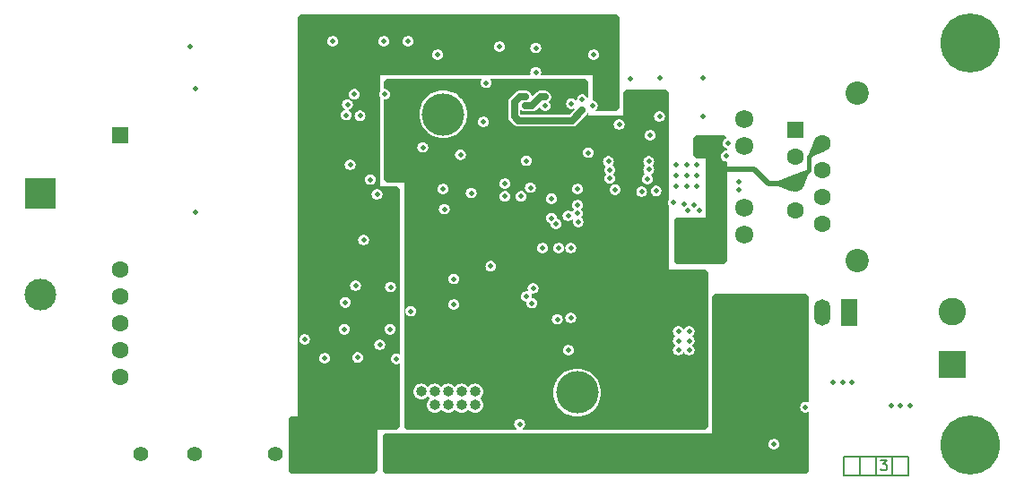
<source format=gbr>
G04 #@! TF.GenerationSoftware,KiCad,Pcbnew,8.0.1*
G04 #@! TF.CreationDate,2024-04-28T13:44:54+02:00*
G04 #@! TF.ProjectId,ETH1ISO224,45544831-4953-44f3-9232-342e6b696361,rev?*
G04 #@! TF.SameCoordinates,Original*
G04 #@! TF.FileFunction,Copper,L3,Inr*
G04 #@! TF.FilePolarity,Positive*
%FSLAX46Y46*%
G04 Gerber Fmt 4.6, Leading zero omitted, Abs format (unit mm)*
G04 Created by KiCad (PCBNEW 8.0.1) date 2024-04-28 13:44:54*
%MOMM*%
%LPD*%
G01*
G04 APERTURE LIST*
G04 Aperture macros list*
%AMRoundRect*
0 Rectangle with rounded corners*
0 $1 Rounding radius*
0 $2 $3 $4 $5 $6 $7 $8 $9 X,Y pos of 4 corners*
0 Add a 4 corners polygon primitive as box body*
4,1,4,$2,$3,$4,$5,$6,$7,$8,$9,$2,$3,0*
0 Add four circle primitives for the rounded corners*
1,1,$1+$1,$2,$3*
1,1,$1+$1,$4,$5*
1,1,$1+$1,$6,$7*
1,1,$1+$1,$8,$9*
0 Add four rect primitives between the rounded corners*
20,1,$1+$1,$2,$3,$4,$5,0*
20,1,$1+$1,$4,$5,$6,$7,0*
20,1,$1+$1,$6,$7,$8,$9,0*
20,1,$1+$1,$8,$9,$2,$3,0*%
G04 Aperture macros list end*
%ADD10C,0.200000*%
G04 #@! TA.AperFunction,NonConductor*
%ADD11C,0.200000*%
G04 #@! TD*
G04 #@! TA.AperFunction,ComponentPad*
%ADD12R,2.600000X2.600000*%
G04 #@! TD*
G04 #@! TA.AperFunction,ComponentPad*
%ADD13C,2.600000*%
G04 #@! TD*
G04 #@! TA.AperFunction,ComponentPad*
%ADD14C,4.000000*%
G04 #@! TD*
G04 #@! TA.AperFunction,ComponentPad*
%ADD15C,1.400000*%
G04 #@! TD*
G04 #@! TA.AperFunction,ComponentPad*
%ADD16R,1.400000X1.400000*%
G04 #@! TD*
G04 #@! TA.AperFunction,ComponentPad*
%ADD17C,1.600000*%
G04 #@! TD*
G04 #@! TA.AperFunction,ComponentPad*
%ADD18RoundRect,0.222222X-0.577778X0.577778X-0.577778X-0.577778X0.577778X-0.577778X0.577778X0.577778X0*%
G04 #@! TD*
G04 #@! TA.AperFunction,ComponentPad*
%ADD19R,1.000000X1.000000*%
G04 #@! TD*
G04 #@! TA.AperFunction,ComponentPad*
%ADD20O,1.000000X1.000000*%
G04 #@! TD*
G04 #@! TA.AperFunction,ComponentPad*
%ADD21RoundRect,0.248000X0.552000X-0.552000X0.552000X0.552000X-0.552000X0.552000X-0.552000X-0.552000X0*%
G04 #@! TD*
G04 #@! TA.AperFunction,ComponentPad*
%ADD22C,1.720000*%
G04 #@! TD*
G04 #@! TA.AperFunction,ComponentPad*
%ADD23C,2.200000*%
G04 #@! TD*
G04 #@! TA.AperFunction,ComponentPad*
%ADD24R,1.500000X2.500000*%
G04 #@! TD*
G04 #@! TA.AperFunction,ComponentPad*
%ADD25O,1.500000X2.500000*%
G04 #@! TD*
G04 #@! TA.AperFunction,ComponentPad*
%ADD26R,3.000000X3.000000*%
G04 #@! TD*
G04 #@! TA.AperFunction,ComponentPad*
%ADD27C,3.000000*%
G04 #@! TD*
G04 #@! TA.AperFunction,ComponentPad*
%ADD28C,5.600000*%
G04 #@! TD*
G04 #@! TA.AperFunction,HeatsinkPad*
%ADD29C,0.500000*%
G04 #@! TD*
G04 #@! TA.AperFunction,ViaPad*
%ADD30C,0.500000*%
G04 #@! TD*
G04 #@! TA.AperFunction,Conductor*
%ADD31C,0.635000*%
G04 #@! TD*
G04 #@! TA.AperFunction,Conductor*
%ADD32C,0.127000*%
G04 #@! TD*
G04 #@! TA.AperFunction,Conductor*
%ADD33C,0.381000*%
G04 #@! TD*
G04 #@! TA.AperFunction,Conductor*
%ADD34C,0.508000*%
G04 #@! TD*
G04 APERTURE END LIST*
D10*
D11*
X188515667Y-107910219D02*
X189134714Y-107910219D01*
X189134714Y-107910219D02*
X188801381Y-108291171D01*
X188801381Y-108291171D02*
X188944238Y-108291171D01*
X188944238Y-108291171D02*
X189039476Y-108338790D01*
X189039476Y-108338790D02*
X189087095Y-108386409D01*
X189087095Y-108386409D02*
X189134714Y-108481647D01*
X189134714Y-108481647D02*
X189134714Y-108719742D01*
X189134714Y-108719742D02*
X189087095Y-108814980D01*
X189087095Y-108814980D02*
X189039476Y-108862600D01*
X189039476Y-108862600D02*
X188944238Y-108910219D01*
X188944238Y-108910219D02*
X188658524Y-108910219D01*
X188658524Y-108910219D02*
X188563286Y-108862600D01*
X188563286Y-108862600D02*
X188515667Y-108814980D01*
D12*
G04 #@! TO.N,Net-(J301-Pin_1)*
G04 #@! TO.C,J301*
X195250000Y-98893000D03*
D13*
G04 #@! TO.N,GND*
X195250000Y-93893000D03*
G04 #@! TD*
D14*
G04 #@! TO.N,N/C*
G04 #@! TO.C,HS101*
X159863000Y-101552000D03*
X147223000Y-75232000D03*
G04 #@! TD*
D15*
G04 #@! TO.N,+15V*
G04 #@! TO.C,U202*
X118618000Y-107366000D03*
G04 #@! TO.N,GND1*
X123698000Y-107366000D03*
G04 #@! TO.N,GND*
X131318000Y-107366000D03*
D16*
G04 #@! TO.N,+5VA*
X133858000Y-107366000D03*
G04 #@! TD*
D17*
G04 #@! TO.N,GND1*
G04 #@! TO.C,RN201*
X116713000Y-100076000D03*
G04 #@! TO.N,unconnected-(RN201-R4-Pad5)*
X116713000Y-97536000D03*
G04 #@! TO.N,unconnected-(RN201-R3-Pad4)*
X116713000Y-94996000D03*
G04 #@! TO.N,Net-(RN201-R2)*
X116713000Y-92456000D03*
G04 #@! TO.N,unconnected-(RN201-R1-Pad2)*
X116713000Y-89916000D03*
D18*
G04 #@! TO.N,Net-(RN201-common)*
X116713000Y-77216000D03*
G04 #@! TD*
D19*
G04 #@! TO.N,+3.3V*
G04 #@! TO.C,J401*
X145151000Y-102733000D03*
D20*
G04 #@! TO.N,/MCU/TMS_SWDIO*
X145151000Y-101463000D03*
G04 #@! TO.N,GND*
X146421000Y-102733000D03*
G04 #@! TO.N,/MCU/TCK_SWCLK*
X146421000Y-101463000D03*
G04 #@! TO.N,GND*
X147691000Y-102733000D03*
G04 #@! TO.N,unconnected-(J401-Pin_6-Pad6)*
X147691000Y-101463000D03*
G04 #@! TO.N,unconnected-(J401-Pin_7-Pad7)*
X148961000Y-102733000D03*
G04 #@! TO.N,unconnected-(J401-Pin_8-Pad8)*
X148961000Y-101463000D03*
G04 #@! TO.N,unconnected-(J401-Pin_9-Pad9)*
X150231000Y-102733000D03*
G04 #@! TO.N,/MCU/NRST*
X150231000Y-101463000D03*
G04 #@! TD*
D21*
G04 #@! TO.N,/Ethernet/ETH_TXP*
G04 #@! TO.C,J501*
X180452000Y-76708000D03*
D17*
G04 #@! TO.N,VCCQ*
X182992000Y-77978000D03*
G04 #@! TO.N,/Ethernet/ETH_TXN*
X180452000Y-79248000D03*
G04 #@! TO.N,/Ethernet/ETH_RXP*
X182992000Y-80518000D03*
G04 #@! TO.N,VCCQ*
X180452000Y-81788000D03*
G04 #@! TO.N,/Ethernet/ETH_RXN*
X182992000Y-83058000D03*
G04 #@! TO.N,unconnected-(J501-NC-Pad7)*
X180452000Y-84328000D03*
G04 #@! TO.N,Earth*
X182992000Y-85598000D03*
D22*
G04 #@! TO.N,Net-(J501-Pad9)*
X175622000Y-75688000D03*
G04 #@! TO.N,/Ethernet/LED1*
X175622000Y-78228000D03*
G04 #@! TO.N,Net-(J501-Pad11)*
X175622000Y-84078000D03*
G04 #@! TO.N,/Ethernet/LED2*
X175622000Y-86618000D03*
D23*
G04 #@! TO.N,Earth*
X186292000Y-73253000D03*
X186292000Y-89053000D03*
G04 #@! TD*
D24*
G04 #@! TO.N,Net-(D301-K)*
G04 #@! TO.C,U301*
X185566500Y-93948500D03*
D25*
G04 #@! TO.N,GND*
X183026500Y-93948500D03*
G04 #@! TO.N,+5V*
X180486500Y-93948500D03*
G04 #@! TD*
D26*
G04 #@! TO.N,Net-(J201-Pin_1)*
G04 #@! TO.C,J201*
X109170000Y-82740000D03*
D27*
G04 #@! TO.N,GND1*
X109170000Y-92260000D03*
G04 #@! TD*
D28*
G04 #@! TO.N,N/C*
G04 #@! TO.C,H104*
X197000000Y-106500000D03*
G04 #@! TD*
G04 #@! TO.N,N/C*
G04 #@! TO.C,H103*
X197000000Y-68500000D03*
G04 #@! TD*
D29*
G04 #@! TO.N,GND*
G04 #@! TO.C,U501*
X171180000Y-80026000D03*
X170180000Y-80026000D03*
X169180000Y-80026000D03*
X171180000Y-81026000D03*
X170180000Y-81026000D03*
X169180000Y-81026000D03*
X171180000Y-82026000D03*
X170180000Y-82026000D03*
X169180000Y-82026000D03*
G04 #@! TD*
D30*
G04 #@! TO.N,GND*
X160909000Y-78867000D03*
G04 #@! TO.N,Net-(D201-A)*
X152527000Y-68834000D03*
G04 #@! TO.N,+5VA*
X161351000Y-68646000D03*
G04 #@! TO.N,GND*
X146685000Y-69596000D03*
G04 #@! TO.N,VCOM*
X155956000Y-71247000D03*
G04 #@! TO.N,GND*
X136779000Y-68326000D03*
X143891000Y-68326000D03*
G04 #@! TO.N,Net-(U208--)*
X155956000Y-68961000D03*
G04 #@! TO.N,GND*
X161417000Y-69596000D03*
G04 #@! TO.N,GND1*
X123825000Y-72771000D03*
X123825000Y-84522000D03*
G04 #@! TO.N,+5V*
X143510000Y-107061000D03*
X175387000Y-102362000D03*
X143510000Y-107950000D03*
X143510000Y-106172000D03*
X175387000Y-103251000D03*
X175387000Y-104140000D03*
G04 #@! TO.N,GND*
X147193000Y-82296000D03*
X144145000Y-93853000D03*
X156845000Y-74422000D03*
X151257000Y-72263000D03*
X138176000Y-74295000D03*
X140970000Y-82804000D03*
X169418000Y-97536000D03*
X169418000Y-96647000D03*
X151003000Y-75946000D03*
X163830000Y-76200000D03*
X159258000Y-94488000D03*
X134125500Y-96520000D03*
X155043000Y-79629000D03*
X142240000Y-91567000D03*
X154432000Y-104521000D03*
X169418000Y-95758000D03*
X151709000Y-89606000D03*
X155448000Y-82169000D03*
X149860000Y-82677000D03*
X161290000Y-74422000D03*
X159329000Y-74239000D03*
X159043000Y-97536000D03*
X171704000Y-71755000D03*
X170434000Y-97536000D03*
X140335000Y-81407000D03*
X145288000Y-78359000D03*
X170434000Y-95758000D03*
X167640000Y-71755000D03*
X148209000Y-90805000D03*
X170434000Y-96647000D03*
X157429200Y-83210400D03*
G04 #@! TO.N,Net-(C209-Pad2)*
X136017000Y-98298000D03*
X137984000Y-93026000D03*
G04 #@! TO.N,Net-(U205A--)*
X138938000Y-91440000D03*
X137867000Y-95559000D03*
G04 #@! TO.N,Net-(C419-Pad1)*
X148209000Y-93218000D03*
G04 #@! TO.N,Net-(U205A-+)*
X142185000Y-95559000D03*
G04 #@! TO.N,+5VA*
X135509000Y-91948000D03*
X148677500Y-68646000D03*
X138430000Y-105918000D03*
X139319000Y-105918000D03*
X138811000Y-68326000D03*
X140208000Y-105918000D03*
X138430000Y-89281000D03*
X142213500Y-82830500D03*
X162240000Y-73980000D03*
G04 #@! TO.N,Net-(C420-Pad1)*
X157988000Y-94615000D03*
G04 #@! TO.N,Net-(D301-K)*
X184912000Y-100584000D03*
X184023000Y-100584000D03*
X185801000Y-100584000D03*
G04 #@! TO.N,+3.3V*
X147447000Y-83312000D03*
X142240000Y-80010000D03*
X165989000Y-90932000D03*
X160147000Y-96139000D03*
X157583000Y-104545000D03*
X167767000Y-91821000D03*
X166878000Y-91821000D03*
X141605000Y-68326000D03*
X156845000Y-81915000D03*
X161218000Y-81860000D03*
X152908000Y-103124000D03*
X146304000Y-94996000D03*
X166878000Y-90932000D03*
X167445481Y-80716519D03*
X154559000Y-81915000D03*
X164846000Y-75057000D03*
X167767000Y-90932000D03*
X165989000Y-91821000D03*
G04 #@! TO.N,+3.3VADC*
X160340000Y-73853000D03*
X154940000Y-74385000D03*
X156822828Y-73589000D03*
G04 #@! TO.N,/MCU/NRST*
X169926000Y-83693000D03*
X153035000Y-81788000D03*
G04 #@! TO.N,Net-(U403-PH0)*
X154559000Y-82998500D03*
G04 #@! TO.N,Net-(U403-PH1)*
X153035000Y-82998500D03*
G04 #@! TO.N,VDDA*
X148844000Y-79057500D03*
G04 #@! TO.N,Net-(U501-XTAL1{slash}CLKIN)*
X167640000Y-75438000D03*
G04 #@! TO.N,Net-(U501-VDDCR)*
X166751000Y-77216000D03*
G04 #@! TO.N,Net-(U501-XTAL2)*
X171704000Y-75438000D03*
G04 #@! TO.N,VCCQ*
X172212000Y-87503000D03*
X171704000Y-78232000D03*
X173355000Y-82423000D03*
X171323000Y-86614000D03*
X171323000Y-87503000D03*
X172212000Y-86614000D03*
G04 #@! TO.N,Net-(D301-A)*
X178435000Y-106426000D03*
G04 #@! TO.N,Net-(D302-K)*
X181422000Y-102936000D03*
G04 #@! TO.N,Net-(Q301-D)*
X190373000Y-102743000D03*
X191262000Y-102743000D03*
X189484000Y-102743000D03*
G04 #@! TO.N,/Ethernet/ETH_TXP*
X175165956Y-81589935D03*
G04 #@! TO.N,/Ethernet/LED2*
X174117000Y-77978000D03*
G04 #@! TO.N,/Ethernet/ETH_TXN*
X175165956Y-82339935D03*
G04 #@! TO.N,/MCU/MCU_DEF*
X164846000Y-71882000D03*
G04 #@! TO.N,Net-(R213-Pad1)*
X138430000Y-80010000D03*
G04 #@! TO.N,Net-(R216-Pad2)*
X141671500Y-73345500D03*
G04 #@! TO.N,Net-(R217-Pad2)*
X138811000Y-73345500D03*
G04 #@! TO.N,VCOM*
X141224000Y-97028000D03*
X160340000Y-74869000D03*
X155011000Y-73589000D03*
G04 #@! TO.N,Net-(U403-BOOT0)*
X159952500Y-85392000D03*
G04 #@! TO.N,/MCU/I2C1_SDA*
X156591000Y-87884000D03*
G04 #@! TO.N,/MCU/I2C1_SCL*
X158115000Y-87884000D03*
G04 #@! TO.N,/Ethernet/RMII_MDIO*
X167312500Y-82476500D03*
X159893000Y-84582000D03*
G04 #@! TO.N,Net-(U501-RBIAS)*
X173926500Y-79184500D03*
G04 #@! TO.N,/Ethernet/REF_CLK*
X159893000Y-83820000D03*
X163427790Y-82358914D03*
G04 #@! TO.N,/Ethernet/REFCLK0*
X165950000Y-82550000D03*
G04 #@! TO.N,/Ethernet/RMII_CRS_DV*
X159004000Y-84836000D03*
X162941000Y-81299000D03*
G04 #@! TO.N,/Ethernet/MODE1*
X166624000Y-80468000D03*
G04 #@! TO.N,/Ethernet/MODE2*
X166497000Y-81349000D03*
G04 #@! TO.N,/Ethernet/RMII_RXD1*
X157861000Y-85598000D03*
X162941000Y-80499000D03*
G04 #@! TO.N,/Ethernet/RMII_RXD0*
X157453902Y-85063902D03*
X162814000Y-79699000D03*
G04 #@! TO.N,/Ethernet/MODE0*
X166624000Y-79699000D03*
G04 #@! TO.N,/Analog/MCU_G1*
X138060000Y-75311000D03*
X147320000Y-84201000D03*
G04 #@! TO.N,/Ethernet/RMII_TXEN*
X155702000Y-91694000D03*
X170307000Y-84328000D03*
G04 #@! TO.N,/Ethernet/RMII_TXD1*
X171430000Y-84328000D03*
X155575000Y-93091000D03*
G04 #@! TO.N,/MCU/EEPROM_nWP*
X159258000Y-87884000D03*
G04 #@! TO.N,/Ethernet/RMII_TXD0*
X170930000Y-83808000D03*
X155067000Y-92456000D03*
G04 #@! TO.N,/Ethernet/RMII_MDC*
X159893000Y-82296000D03*
X168930000Y-83546000D03*
G04 #@! TO.N,Net-(R204-Pad2)*
X123317000Y-68834000D03*
G04 #@! TO.N,Net-(R216-Pad1)*
X139700000Y-87122000D03*
X139360000Y-75373500D03*
G04 #@! TO.N,Net-(U201-OUT+)*
X142809000Y-98364000D03*
G04 #@! TO.N,Net-(U201-OUT-)*
X139126000Y-98232000D03*
G04 #@! TD*
D31*
G04 #@! TO.N,+3.3VADC*
X154940000Y-74385000D02*
X155612000Y-74385000D01*
X155612000Y-74385000D02*
X156408000Y-73589000D01*
X156408000Y-73589000D02*
X156822828Y-73589000D01*
G04 #@! TO.N,VCOM*
X160340000Y-74869000D02*
X159390000Y-75819000D01*
X154435086Y-73589000D02*
X155011000Y-73589000D01*
X159390000Y-75819000D02*
X154305000Y-75819000D01*
X153924000Y-75438000D02*
X153924000Y-74100086D01*
X154305000Y-75819000D02*
X153924000Y-75438000D01*
X153924000Y-74100086D02*
X154435086Y-73589000D01*
D32*
G04 #@! TO.N,*
X191135000Y-109347000D02*
X185039000Y-109347000D01*
X185039000Y-107569000D02*
X191135000Y-107569000D01*
X186563000Y-109347000D02*
X186563000Y-107569000D01*
X185039000Y-109347000D02*
X185039000Y-107569000D01*
X188087000Y-107569000D02*
X188087000Y-109347000D01*
X191135000Y-109347000D02*
X191135000Y-107569000D01*
X189611000Y-107569000D02*
X189611000Y-109347000D01*
D33*
G04 #@! TO.N,VCCQ*
X181737000Y-80503000D02*
X181737000Y-79233000D01*
D34*
X176530000Y-80391000D02*
X173736000Y-80391000D01*
D33*
X180452000Y-81788000D02*
X181737000Y-80503000D01*
D34*
X173736000Y-80391000D02*
X173355000Y-80772000D01*
X173355000Y-80772000D02*
X173355000Y-82423000D01*
D33*
X181737000Y-79233000D02*
X182992000Y-77978000D01*
D34*
X177927000Y-81788000D02*
X176530000Y-80391000D01*
X180452000Y-81788000D02*
X177927000Y-81788000D01*
G04 #@! TD*
G04 #@! TA.AperFunction,Conductor*
G04 #@! TO.N,+5V*
G36*
X181501306Y-92220306D02*
G01*
X181718694Y-92437694D01*
X181737000Y-92481888D01*
X181737000Y-102424277D01*
X181718694Y-102468471D01*
X181674500Y-102486777D01*
X181640712Y-102476857D01*
X181633729Y-102472369D01*
X181494538Y-102431500D01*
X181494536Y-102431500D01*
X181349464Y-102431500D01*
X181349462Y-102431500D01*
X181210272Y-102472369D01*
X181210263Y-102472373D01*
X181088226Y-102550801D01*
X180993225Y-102660438D01*
X180993222Y-102660443D01*
X180932958Y-102792402D01*
X180932957Y-102792405D01*
X180912312Y-102936000D01*
X180932957Y-103079594D01*
X180932958Y-103079597D01*
X180993222Y-103211556D01*
X180993225Y-103211561D01*
X181088226Y-103321198D01*
X181210263Y-103399626D01*
X181210268Y-103399629D01*
X181349461Y-103440499D01*
X181349463Y-103440500D01*
X181349464Y-103440500D01*
X181494537Y-103440500D01*
X181494537Y-103440499D01*
X181633732Y-103399629D01*
X181640708Y-103395145D01*
X181687781Y-103386649D01*
X181727076Y-103413928D01*
X181737000Y-103447722D01*
X181737000Y-108940112D01*
X181718694Y-108984306D01*
X181501306Y-109201694D01*
X181457112Y-109220000D01*
X141757888Y-109220000D01*
X141713694Y-109201694D01*
X141496306Y-108984306D01*
X141478000Y-108940112D01*
X141478000Y-106426000D01*
X177925312Y-106426000D01*
X177945957Y-106569594D01*
X177945958Y-106569597D01*
X178006222Y-106701556D01*
X178006225Y-106701561D01*
X178101226Y-106811198D01*
X178223263Y-106889626D01*
X178223268Y-106889629D01*
X178362461Y-106930499D01*
X178362463Y-106930500D01*
X178362464Y-106930500D01*
X178507537Y-106930500D01*
X178507537Y-106930499D01*
X178646732Y-106889629D01*
X178692535Y-106860192D01*
X178768773Y-106811198D01*
X178863774Y-106701561D01*
X178863777Y-106701558D01*
X178924042Y-106569596D01*
X178944688Y-106426000D01*
X178924042Y-106282404D01*
X178863777Y-106150442D01*
X178863774Y-106150438D01*
X178768773Y-106040801D01*
X178646736Y-105962373D01*
X178646727Y-105962369D01*
X178507538Y-105921500D01*
X178507536Y-105921500D01*
X178362464Y-105921500D01*
X178362462Y-105921500D01*
X178223272Y-105962369D01*
X178223263Y-105962373D01*
X178101226Y-106040801D01*
X178006225Y-106150438D01*
X178006222Y-106150443D01*
X177945958Y-106282402D01*
X177945957Y-106282405D01*
X177925312Y-106426000D01*
X141478000Y-106426000D01*
X141478000Y-105689888D01*
X141496306Y-105645694D01*
X141713694Y-105428306D01*
X141757888Y-105410000D01*
X172339000Y-105410000D01*
X172593000Y-105410000D01*
X172593000Y-92481888D01*
X172611306Y-92437694D01*
X172828694Y-92220306D01*
X172872888Y-92202000D01*
X181457112Y-92202000D01*
X181501306Y-92220306D01*
G37*
G04 #@! TD.AperFunction*
G04 #@! TD*
G04 #@! TA.AperFunction,Conductor*
G04 #@! TO.N,+5VA*
G36*
X163594306Y-65804306D02*
G01*
X163811694Y-66021694D01*
X163830000Y-66065888D01*
X163830000Y-74650112D01*
X163811694Y-74694306D01*
X163594306Y-74911694D01*
X163550112Y-74930000D01*
X161645545Y-74930000D01*
X161601351Y-74911694D01*
X161583045Y-74867500D01*
X161601351Y-74823306D01*
X161611755Y-74814922D01*
X161623773Y-74807198D01*
X161624378Y-74806500D01*
X161718777Y-74697558D01*
X161779042Y-74565596D01*
X161799688Y-74422000D01*
X161779042Y-74278404D01*
X161718777Y-74146442D01*
X161718774Y-74146438D01*
X161623773Y-74036801D01*
X161501736Y-73958373D01*
X161501727Y-73958369D01*
X161362538Y-73917500D01*
X161362536Y-73917500D01*
X161352500Y-73917500D01*
X161308306Y-73899194D01*
X161290000Y-73855000D01*
X161290000Y-71755000D01*
X161290000Y-71501000D01*
X161036000Y-71501000D01*
X156491874Y-71501000D01*
X156447680Y-71482694D01*
X156429374Y-71438500D01*
X156435022Y-71412537D01*
X156436767Y-71408714D01*
X156445042Y-71390596D01*
X156465688Y-71247000D01*
X156445042Y-71103404D01*
X156384777Y-70971442D01*
X156384774Y-70971438D01*
X156289773Y-70861801D01*
X156167736Y-70783373D01*
X156167727Y-70783369D01*
X156028538Y-70742500D01*
X156028536Y-70742500D01*
X155883464Y-70742500D01*
X155883462Y-70742500D01*
X155744272Y-70783369D01*
X155744263Y-70783373D01*
X155622226Y-70861801D01*
X155527225Y-70971438D01*
X155527222Y-70971443D01*
X155466958Y-71103402D01*
X155466957Y-71103405D01*
X155446312Y-71247000D01*
X155466957Y-71390594D01*
X155466958Y-71390597D01*
X155476978Y-71412537D01*
X155478685Y-71460342D01*
X155446089Y-71495352D01*
X155420126Y-71501000D01*
X141478000Y-71501000D01*
X141224000Y-71501000D01*
X141224000Y-71755000D01*
X141224000Y-73097343D01*
X141218352Y-73123306D01*
X141182458Y-73201902D01*
X141182457Y-73201905D01*
X141161812Y-73345500D01*
X141182457Y-73489094D01*
X141182458Y-73489097D01*
X141218352Y-73567693D01*
X141224000Y-73593656D01*
X141224000Y-82042000D01*
X142849112Y-82042000D01*
X142893306Y-82060306D01*
X143110694Y-82277694D01*
X143129000Y-82321888D01*
X143129000Y-97855490D01*
X143110694Y-97899684D01*
X143066500Y-97917990D01*
X143032710Y-97908069D01*
X143020732Y-97900371D01*
X143020729Y-97900370D01*
X143020727Y-97900369D01*
X142881538Y-97859500D01*
X142881536Y-97859500D01*
X142736464Y-97859500D01*
X142736462Y-97859500D01*
X142597272Y-97900369D01*
X142597263Y-97900373D01*
X142475226Y-97978801D01*
X142380225Y-98088438D01*
X142380222Y-98088443D01*
X142319958Y-98220402D01*
X142319957Y-98220405D01*
X142299312Y-98364000D01*
X142319957Y-98507594D01*
X142319958Y-98507597D01*
X142380222Y-98639556D01*
X142380225Y-98639561D01*
X142475226Y-98749198D01*
X142585291Y-98819932D01*
X142597268Y-98827629D01*
X142635031Y-98838717D01*
X142736461Y-98868499D01*
X142736463Y-98868500D01*
X142736464Y-98868500D01*
X142881537Y-98868500D01*
X142881537Y-98868499D01*
X143020732Y-98827629D01*
X143032708Y-98819931D01*
X143079783Y-98811437D01*
X143119077Y-98838717D01*
X143129000Y-98872509D01*
X143129000Y-104749112D01*
X143110694Y-104793306D01*
X142893306Y-105010694D01*
X142849112Y-105029000D01*
X140970000Y-105029000D01*
X140970000Y-105283000D01*
X140970000Y-108940112D01*
X140951694Y-108984306D01*
X140734306Y-109201694D01*
X140690112Y-109220000D01*
X132867888Y-109220000D01*
X132823694Y-109201694D01*
X132606306Y-108984306D01*
X132588000Y-108940112D01*
X132588000Y-104038888D01*
X132606306Y-103994694D01*
X132823694Y-103777306D01*
X132867888Y-103759000D01*
X133223000Y-103759000D01*
X133477000Y-103759000D01*
X133477000Y-98298000D01*
X135507312Y-98298000D01*
X135527957Y-98441594D01*
X135527958Y-98441597D01*
X135588222Y-98573556D01*
X135588225Y-98573561D01*
X135683226Y-98683198D01*
X135785925Y-98749198D01*
X135805268Y-98761629D01*
X135944461Y-98802499D01*
X135944463Y-98802500D01*
X135944464Y-98802500D01*
X136089537Y-98802500D01*
X136089537Y-98802499D01*
X136228732Y-98761629D01*
X136274535Y-98732192D01*
X136350773Y-98683198D01*
X136388585Y-98639561D01*
X136445777Y-98573558D01*
X136506042Y-98441596D01*
X136526688Y-98298000D01*
X136517199Y-98232000D01*
X138616312Y-98232000D01*
X138636957Y-98375594D01*
X138636958Y-98375597D01*
X138697222Y-98507556D01*
X138697225Y-98507561D01*
X138792226Y-98617198D01*
X138894925Y-98683198D01*
X138914268Y-98695629D01*
X139053461Y-98736499D01*
X139053463Y-98736500D01*
X139053464Y-98736500D01*
X139198537Y-98736500D01*
X139198537Y-98736499D01*
X139337732Y-98695629D01*
X139424975Y-98639561D01*
X139459773Y-98617198D01*
X139497585Y-98573561D01*
X139554777Y-98507558D01*
X139615042Y-98375596D01*
X139635688Y-98232000D01*
X139615042Y-98088404D01*
X139554777Y-97956442D01*
X139554774Y-97956438D01*
X139459773Y-97846801D01*
X139337736Y-97768373D01*
X139337727Y-97768369D01*
X139198538Y-97727500D01*
X139198536Y-97727500D01*
X139053464Y-97727500D01*
X139053462Y-97727500D01*
X138914272Y-97768369D01*
X138914263Y-97768373D01*
X138792226Y-97846801D01*
X138697225Y-97956438D01*
X138697222Y-97956443D01*
X138636958Y-98088402D01*
X138636957Y-98088405D01*
X138616312Y-98232000D01*
X136517199Y-98232000D01*
X136506042Y-98154404D01*
X136445777Y-98022442D01*
X136445774Y-98022438D01*
X136350773Y-97912801D01*
X136228736Y-97834373D01*
X136228727Y-97834369D01*
X136089538Y-97793500D01*
X136089536Y-97793500D01*
X135944464Y-97793500D01*
X135944462Y-97793500D01*
X135805272Y-97834369D01*
X135805263Y-97834373D01*
X135683226Y-97912801D01*
X135588225Y-98022438D01*
X135588222Y-98022443D01*
X135527958Y-98154402D01*
X135527957Y-98154405D01*
X135507312Y-98298000D01*
X133477000Y-98298000D01*
X133477000Y-97028000D01*
X140714312Y-97028000D01*
X140734957Y-97171594D01*
X140734958Y-97171597D01*
X140795222Y-97303556D01*
X140795225Y-97303561D01*
X140890226Y-97413198D01*
X141012263Y-97491626D01*
X141012268Y-97491629D01*
X141151461Y-97532499D01*
X141151463Y-97532500D01*
X141151464Y-97532500D01*
X141296537Y-97532500D01*
X141296537Y-97532499D01*
X141435732Y-97491629D01*
X141481535Y-97462192D01*
X141557773Y-97413198D01*
X141652774Y-97303561D01*
X141652777Y-97303558D01*
X141713042Y-97171596D01*
X141733688Y-97028000D01*
X141713042Y-96884404D01*
X141652777Y-96752442D01*
X141652774Y-96752438D01*
X141557773Y-96642801D01*
X141435736Y-96564373D01*
X141435727Y-96564369D01*
X141296538Y-96523500D01*
X141296536Y-96523500D01*
X141151464Y-96523500D01*
X141151462Y-96523500D01*
X141012272Y-96564369D01*
X141012263Y-96564373D01*
X140890226Y-96642801D01*
X140795225Y-96752438D01*
X140795222Y-96752443D01*
X140734958Y-96884402D01*
X140734957Y-96884405D01*
X140714312Y-97028000D01*
X133477000Y-97028000D01*
X133477000Y-96520000D01*
X133615812Y-96520000D01*
X133636457Y-96663594D01*
X133636458Y-96663597D01*
X133696722Y-96795556D01*
X133696725Y-96795561D01*
X133791726Y-96905198D01*
X133913763Y-96983626D01*
X133913768Y-96983629D01*
X134052961Y-97024499D01*
X134052963Y-97024500D01*
X134052964Y-97024500D01*
X134198037Y-97024500D01*
X134198037Y-97024499D01*
X134337232Y-96983629D01*
X134383035Y-96954192D01*
X134459273Y-96905198D01*
X134459275Y-96905196D01*
X134554277Y-96795558D01*
X134614542Y-96663596D01*
X134635188Y-96520000D01*
X134614542Y-96376404D01*
X134554277Y-96244442D01*
X134462911Y-96139000D01*
X134459273Y-96134801D01*
X134337236Y-96056373D01*
X134337227Y-96056369D01*
X134198038Y-96015500D01*
X134198036Y-96015500D01*
X134052964Y-96015500D01*
X134052962Y-96015500D01*
X133913772Y-96056369D01*
X133913763Y-96056373D01*
X133791726Y-96134801D01*
X133696725Y-96244438D01*
X133696722Y-96244443D01*
X133636458Y-96376402D01*
X133636457Y-96376405D01*
X133615812Y-96520000D01*
X133477000Y-96520000D01*
X133477000Y-95559000D01*
X137357312Y-95559000D01*
X137377957Y-95702594D01*
X137377958Y-95702597D01*
X137438222Y-95834556D01*
X137438225Y-95834561D01*
X137533226Y-95944198D01*
X137612905Y-95995404D01*
X137655268Y-96022629D01*
X137794461Y-96063499D01*
X137794463Y-96063500D01*
X137794464Y-96063500D01*
X137939537Y-96063500D01*
X137939537Y-96063499D01*
X138078732Y-96022629D01*
X138124535Y-95993192D01*
X138200773Y-95944198D01*
X138200775Y-95944196D01*
X138295777Y-95834558D01*
X138356042Y-95702596D01*
X138376688Y-95559000D01*
X141675312Y-95559000D01*
X141695957Y-95702594D01*
X141695958Y-95702597D01*
X141756222Y-95834556D01*
X141756225Y-95834561D01*
X141851226Y-95944198D01*
X141930905Y-95995404D01*
X141973268Y-96022629D01*
X142112461Y-96063499D01*
X142112463Y-96063500D01*
X142112464Y-96063500D01*
X142257537Y-96063500D01*
X142257537Y-96063499D01*
X142396732Y-96022629D01*
X142442535Y-95993192D01*
X142518773Y-95944198D01*
X142518775Y-95944196D01*
X142613777Y-95834558D01*
X142674042Y-95702596D01*
X142694688Y-95559000D01*
X142674042Y-95415404D01*
X142613777Y-95283442D01*
X142613774Y-95283438D01*
X142518773Y-95173801D01*
X142396736Y-95095373D01*
X142396727Y-95095369D01*
X142257538Y-95054500D01*
X142257536Y-95054500D01*
X142112464Y-95054500D01*
X142112462Y-95054500D01*
X141973272Y-95095369D01*
X141973263Y-95095373D01*
X141851226Y-95173801D01*
X141756225Y-95283438D01*
X141756222Y-95283443D01*
X141695958Y-95415402D01*
X141695957Y-95415405D01*
X141675312Y-95559000D01*
X138376688Y-95559000D01*
X138356042Y-95415404D01*
X138295777Y-95283442D01*
X138295774Y-95283438D01*
X138200773Y-95173801D01*
X138078736Y-95095373D01*
X138078727Y-95095369D01*
X137939538Y-95054500D01*
X137939536Y-95054500D01*
X137794464Y-95054500D01*
X137794462Y-95054500D01*
X137655272Y-95095369D01*
X137655263Y-95095373D01*
X137533226Y-95173801D01*
X137438225Y-95283438D01*
X137438222Y-95283443D01*
X137377958Y-95415402D01*
X137377957Y-95415405D01*
X137357312Y-95559000D01*
X133477000Y-95559000D01*
X133477000Y-93026000D01*
X137474312Y-93026000D01*
X137494957Y-93169594D01*
X137494958Y-93169597D01*
X137555222Y-93301556D01*
X137555225Y-93301561D01*
X137650226Y-93411198D01*
X137772263Y-93489626D01*
X137772268Y-93489629D01*
X137911461Y-93530499D01*
X137911463Y-93530500D01*
X137911464Y-93530500D01*
X138056537Y-93530500D01*
X138056537Y-93530499D01*
X138195732Y-93489629D01*
X138241535Y-93460192D01*
X138317773Y-93411198D01*
X138356454Y-93366558D01*
X138412777Y-93301558D01*
X138473042Y-93169596D01*
X138493688Y-93026000D01*
X138473042Y-92882404D01*
X138412777Y-92750442D01*
X138374098Y-92705804D01*
X138317773Y-92640801D01*
X138195736Y-92562373D01*
X138195727Y-92562369D01*
X138056538Y-92521500D01*
X138056536Y-92521500D01*
X137911464Y-92521500D01*
X137911462Y-92521500D01*
X137772272Y-92562369D01*
X137772263Y-92562373D01*
X137650226Y-92640801D01*
X137555225Y-92750438D01*
X137555222Y-92750443D01*
X137494958Y-92882402D01*
X137494957Y-92882405D01*
X137474312Y-93026000D01*
X133477000Y-93026000D01*
X133477000Y-91440000D01*
X138428312Y-91440000D01*
X138448957Y-91583594D01*
X138448958Y-91583597D01*
X138509222Y-91715556D01*
X138509225Y-91715561D01*
X138604226Y-91825198D01*
X138726263Y-91903626D01*
X138726268Y-91903629D01*
X138858653Y-91942500D01*
X138865461Y-91944499D01*
X138865463Y-91944500D01*
X138865464Y-91944500D01*
X139010537Y-91944500D01*
X139010537Y-91944499D01*
X139149732Y-91903629D01*
X139195535Y-91874192D01*
X139271773Y-91825198D01*
X139366774Y-91715561D01*
X139366777Y-91715558D01*
X139427042Y-91583596D01*
X139429428Y-91567000D01*
X141730312Y-91567000D01*
X141750957Y-91710594D01*
X141750958Y-91710597D01*
X141811222Y-91842556D01*
X141811225Y-91842561D01*
X141906226Y-91952198D01*
X142028263Y-92030626D01*
X142028268Y-92030629D01*
X142049326Y-92036812D01*
X142167461Y-92071499D01*
X142167463Y-92071500D01*
X142167464Y-92071500D01*
X142312537Y-92071500D01*
X142312537Y-92071499D01*
X142451732Y-92030629D01*
X142511262Y-91992371D01*
X142573773Y-91952198D01*
X142574378Y-91951500D01*
X142668777Y-91842558D01*
X142729042Y-91710596D01*
X142749688Y-91567000D01*
X142729042Y-91423404D01*
X142668777Y-91291442D01*
X142668774Y-91291438D01*
X142573773Y-91181801D01*
X142451736Y-91103373D01*
X142451727Y-91103369D01*
X142312538Y-91062500D01*
X142312536Y-91062500D01*
X142167464Y-91062500D01*
X142167462Y-91062500D01*
X142028272Y-91103369D01*
X142028263Y-91103373D01*
X141906226Y-91181801D01*
X141811225Y-91291438D01*
X141811222Y-91291443D01*
X141750958Y-91423402D01*
X141750957Y-91423405D01*
X141730312Y-91567000D01*
X139429428Y-91567000D01*
X139447688Y-91440000D01*
X139427042Y-91296404D01*
X139366777Y-91164442D01*
X139366774Y-91164438D01*
X139271773Y-91054801D01*
X139149736Y-90976373D01*
X139149727Y-90976369D01*
X139010538Y-90935500D01*
X139010536Y-90935500D01*
X138865464Y-90935500D01*
X138865462Y-90935500D01*
X138726272Y-90976369D01*
X138726263Y-90976373D01*
X138604226Y-91054801D01*
X138509225Y-91164438D01*
X138509222Y-91164443D01*
X138448958Y-91296402D01*
X138448957Y-91296405D01*
X138428312Y-91440000D01*
X133477000Y-91440000D01*
X133477000Y-87122000D01*
X139190312Y-87122000D01*
X139210957Y-87265594D01*
X139210958Y-87265597D01*
X139271222Y-87397556D01*
X139271225Y-87397561D01*
X139366226Y-87507198D01*
X139488263Y-87585626D01*
X139488268Y-87585629D01*
X139627461Y-87626499D01*
X139627463Y-87626500D01*
X139627464Y-87626500D01*
X139772537Y-87626500D01*
X139772537Y-87626499D01*
X139911732Y-87585629D01*
X139957535Y-87556192D01*
X140033773Y-87507198D01*
X140033775Y-87507196D01*
X140128777Y-87397558D01*
X140189042Y-87265596D01*
X140209688Y-87122000D01*
X140189042Y-86978404D01*
X140128777Y-86846442D01*
X140128774Y-86846438D01*
X140033773Y-86736801D01*
X139911736Y-86658373D01*
X139911727Y-86658369D01*
X139772538Y-86617500D01*
X139772536Y-86617500D01*
X139627464Y-86617500D01*
X139627462Y-86617500D01*
X139488272Y-86658369D01*
X139488263Y-86658373D01*
X139366226Y-86736801D01*
X139271225Y-86846438D01*
X139271222Y-86846443D01*
X139210958Y-86978402D01*
X139210957Y-86978405D01*
X139190312Y-87122000D01*
X133477000Y-87122000D01*
X133477000Y-82804000D01*
X140460312Y-82804000D01*
X140480957Y-82947594D01*
X140480958Y-82947597D01*
X140541222Y-83079556D01*
X140541225Y-83079561D01*
X140636226Y-83189198D01*
X140758263Y-83267626D01*
X140758268Y-83267629D01*
X140780164Y-83274058D01*
X140897461Y-83308499D01*
X140897463Y-83308500D01*
X140897464Y-83308500D01*
X141042537Y-83308500D01*
X141042537Y-83308499D01*
X141181732Y-83267629D01*
X141227535Y-83238192D01*
X141303773Y-83189198D01*
X141303775Y-83189196D01*
X141398777Y-83079558D01*
X141459042Y-82947596D01*
X141479688Y-82804000D01*
X141459042Y-82660404D01*
X141398777Y-82528442D01*
X141368933Y-82494000D01*
X141303773Y-82418801D01*
X141181736Y-82340373D01*
X141181727Y-82340369D01*
X141042538Y-82299500D01*
X141042536Y-82299500D01*
X140897464Y-82299500D01*
X140897462Y-82299500D01*
X140758272Y-82340369D01*
X140758263Y-82340373D01*
X140636226Y-82418801D01*
X140541225Y-82528438D01*
X140541222Y-82528443D01*
X140480958Y-82660402D01*
X140480957Y-82660405D01*
X140460312Y-82804000D01*
X133477000Y-82804000D01*
X133477000Y-81407000D01*
X139825312Y-81407000D01*
X139845957Y-81550594D01*
X139845958Y-81550597D01*
X139906222Y-81682556D01*
X139906225Y-81682561D01*
X140001226Y-81792198D01*
X140098037Y-81854414D01*
X140123268Y-81870629D01*
X140207240Y-81895285D01*
X140262461Y-81911499D01*
X140262463Y-81911500D01*
X140262464Y-81911500D01*
X140407537Y-81911500D01*
X140407537Y-81911499D01*
X140546732Y-81870629D01*
X140606262Y-81832371D01*
X140668773Y-81792198D01*
X140672411Y-81788000D01*
X140763777Y-81682558D01*
X140824042Y-81550596D01*
X140844688Y-81407000D01*
X140824042Y-81263404D01*
X140763777Y-81131442D01*
X140763774Y-81131438D01*
X140668773Y-81021801D01*
X140546736Y-80943373D01*
X140546727Y-80943369D01*
X140407538Y-80902500D01*
X140407536Y-80902500D01*
X140262464Y-80902500D01*
X140262462Y-80902500D01*
X140123272Y-80943369D01*
X140123263Y-80943373D01*
X140001226Y-81021801D01*
X139906225Y-81131438D01*
X139906222Y-81131443D01*
X139845958Y-81263402D01*
X139845957Y-81263405D01*
X139825312Y-81407000D01*
X133477000Y-81407000D01*
X133477000Y-80010000D01*
X137920312Y-80010000D01*
X137940957Y-80153594D01*
X137940958Y-80153597D01*
X138001222Y-80285556D01*
X138001225Y-80285561D01*
X138096226Y-80395198D01*
X138218263Y-80473626D01*
X138218268Y-80473629D01*
X138357461Y-80514499D01*
X138357463Y-80514500D01*
X138357464Y-80514500D01*
X138502537Y-80514500D01*
X138502537Y-80514499D01*
X138641732Y-80473629D01*
X138687535Y-80444192D01*
X138763773Y-80395198D01*
X138858774Y-80285561D01*
X138858777Y-80285558D01*
X138919042Y-80153596D01*
X138939688Y-80010000D01*
X138919042Y-79866404D01*
X138858777Y-79734442D01*
X138858774Y-79734438D01*
X138763773Y-79624801D01*
X138641736Y-79546373D01*
X138641727Y-79546369D01*
X138502538Y-79505500D01*
X138502536Y-79505500D01*
X138357464Y-79505500D01*
X138357462Y-79505500D01*
X138218272Y-79546369D01*
X138218263Y-79546373D01*
X138096226Y-79624801D01*
X138001225Y-79734438D01*
X138001222Y-79734443D01*
X137940958Y-79866402D01*
X137940957Y-79866405D01*
X137920312Y-80010000D01*
X133477000Y-80010000D01*
X133477000Y-75311000D01*
X137550312Y-75311000D01*
X137570957Y-75454594D01*
X137570958Y-75454597D01*
X137631222Y-75586556D01*
X137631225Y-75586561D01*
X137726226Y-75696198D01*
X137848263Y-75774626D01*
X137848268Y-75774629D01*
X137985094Y-75814804D01*
X137987461Y-75815499D01*
X137987463Y-75815500D01*
X137987464Y-75815500D01*
X138132537Y-75815500D01*
X138132537Y-75815499D01*
X138271732Y-75774629D01*
X138331262Y-75736371D01*
X138393773Y-75696198D01*
X138416091Y-75670442D01*
X138488777Y-75586558D01*
X138549042Y-75454596D01*
X138560702Y-75373500D01*
X138850312Y-75373500D01*
X138870957Y-75517094D01*
X138870958Y-75517097D01*
X138931222Y-75649056D01*
X138931225Y-75649061D01*
X139026226Y-75758698D01*
X139148263Y-75837126D01*
X139148268Y-75837129D01*
X139287461Y-75877999D01*
X139287463Y-75878000D01*
X139287464Y-75878000D01*
X139432537Y-75878000D01*
X139432537Y-75877999D01*
X139571732Y-75837129D01*
X139625765Y-75802404D01*
X139693773Y-75758698D01*
X139693775Y-75758696D01*
X139788777Y-75649058D01*
X139849042Y-75517096D01*
X139869688Y-75373500D01*
X139849042Y-75229904D01*
X139788777Y-75097942D01*
X139788774Y-75097938D01*
X139693773Y-74988301D01*
X139571736Y-74909873D01*
X139571727Y-74909869D01*
X139432538Y-74869000D01*
X139432536Y-74869000D01*
X139287464Y-74869000D01*
X139287462Y-74869000D01*
X139148272Y-74909869D01*
X139148263Y-74909873D01*
X139026226Y-74988301D01*
X138931225Y-75097938D01*
X138931222Y-75097943D01*
X138870958Y-75229902D01*
X138870957Y-75229905D01*
X138850312Y-75373500D01*
X138560702Y-75373500D01*
X138569688Y-75311000D01*
X138549042Y-75167404D01*
X138488777Y-75035442D01*
X138447932Y-74988304D01*
X138393773Y-74925801D01*
X138328460Y-74883827D01*
X138301178Y-74844534D01*
X138309672Y-74797459D01*
X138344641Y-74771281D01*
X138387732Y-74758629D01*
X138474869Y-74702629D01*
X138509773Y-74680198D01*
X138509775Y-74680196D01*
X138604777Y-74570558D01*
X138665042Y-74438596D01*
X138685688Y-74295000D01*
X138665042Y-74151404D01*
X138604777Y-74019442D01*
X138556253Y-73963442D01*
X138509773Y-73909801D01*
X138387736Y-73831373D01*
X138387727Y-73831369D01*
X138248538Y-73790500D01*
X138248536Y-73790500D01*
X138103464Y-73790500D01*
X138103462Y-73790500D01*
X137964272Y-73831369D01*
X137964263Y-73831373D01*
X137842226Y-73909801D01*
X137747225Y-74019438D01*
X137747222Y-74019443D01*
X137686958Y-74151402D01*
X137686957Y-74151405D01*
X137666312Y-74295000D01*
X137686957Y-74438594D01*
X137686958Y-74438597D01*
X137747222Y-74570556D01*
X137747225Y-74570561D01*
X137842226Y-74680198D01*
X137907539Y-74722172D01*
X137934821Y-74761465D01*
X137926327Y-74808540D01*
X137891358Y-74834718D01*
X137848270Y-74847370D01*
X137848263Y-74847373D01*
X137726226Y-74925801D01*
X137631225Y-75035438D01*
X137631222Y-75035443D01*
X137570958Y-75167402D01*
X137570957Y-75167405D01*
X137550312Y-75311000D01*
X133477000Y-75311000D01*
X133477000Y-73345500D01*
X138301312Y-73345500D01*
X138321957Y-73489094D01*
X138321958Y-73489097D01*
X138382222Y-73621056D01*
X138382225Y-73621061D01*
X138477226Y-73730698D01*
X138599263Y-73809126D01*
X138599268Y-73809129D01*
X138738461Y-73849999D01*
X138738463Y-73850000D01*
X138738464Y-73850000D01*
X138883537Y-73850000D01*
X138883537Y-73849999D01*
X139022732Y-73809129D01*
X139075260Y-73775371D01*
X139144773Y-73730698D01*
X139144775Y-73730696D01*
X139239777Y-73621058D01*
X139300042Y-73489096D01*
X139320688Y-73345500D01*
X139300042Y-73201904D01*
X139239777Y-73069942D01*
X139227680Y-73055981D01*
X139144773Y-72960301D01*
X139022736Y-72881873D01*
X139022727Y-72881869D01*
X138883538Y-72841000D01*
X138883536Y-72841000D01*
X138738464Y-72841000D01*
X138738462Y-72841000D01*
X138599272Y-72881869D01*
X138599263Y-72881873D01*
X138477226Y-72960301D01*
X138382225Y-73069938D01*
X138382222Y-73069943D01*
X138321958Y-73201902D01*
X138321957Y-73201905D01*
X138301312Y-73345500D01*
X133477000Y-73345500D01*
X133477000Y-69596000D01*
X146175312Y-69596000D01*
X146195957Y-69739594D01*
X146195958Y-69739597D01*
X146256222Y-69871556D01*
X146256225Y-69871561D01*
X146351226Y-69981198D01*
X146473263Y-70059626D01*
X146473268Y-70059629D01*
X146612461Y-70100499D01*
X146612463Y-70100500D01*
X146612464Y-70100500D01*
X146757537Y-70100500D01*
X146757537Y-70100499D01*
X146896732Y-70059629D01*
X146942535Y-70030192D01*
X147018773Y-69981198D01*
X147113774Y-69871561D01*
X147113777Y-69871558D01*
X147174042Y-69739596D01*
X147194688Y-69596000D01*
X160907312Y-69596000D01*
X160927957Y-69739594D01*
X160927958Y-69739597D01*
X160988222Y-69871556D01*
X160988225Y-69871561D01*
X161083226Y-69981198D01*
X161205263Y-70059626D01*
X161205268Y-70059629D01*
X161344461Y-70100499D01*
X161344463Y-70100500D01*
X161344464Y-70100500D01*
X161489537Y-70100500D01*
X161489537Y-70100499D01*
X161628732Y-70059629D01*
X161674535Y-70030192D01*
X161750773Y-69981198D01*
X161845774Y-69871561D01*
X161845777Y-69871558D01*
X161906042Y-69739596D01*
X161926688Y-69596000D01*
X161906042Y-69452404D01*
X161845777Y-69320442D01*
X161845774Y-69320438D01*
X161750773Y-69210801D01*
X161628736Y-69132373D01*
X161628727Y-69132369D01*
X161489538Y-69091500D01*
X161489536Y-69091500D01*
X161344464Y-69091500D01*
X161344462Y-69091500D01*
X161205272Y-69132369D01*
X161205263Y-69132373D01*
X161083226Y-69210801D01*
X160988225Y-69320438D01*
X160988222Y-69320443D01*
X160927958Y-69452402D01*
X160927957Y-69452405D01*
X160907312Y-69596000D01*
X147194688Y-69596000D01*
X147174042Y-69452404D01*
X147113777Y-69320442D01*
X147113774Y-69320438D01*
X147018773Y-69210801D01*
X146896736Y-69132373D01*
X146896727Y-69132369D01*
X146757538Y-69091500D01*
X146757536Y-69091500D01*
X146612464Y-69091500D01*
X146612462Y-69091500D01*
X146473272Y-69132369D01*
X146473263Y-69132373D01*
X146351226Y-69210801D01*
X146256225Y-69320438D01*
X146256222Y-69320443D01*
X146195958Y-69452402D01*
X146195957Y-69452405D01*
X146175312Y-69596000D01*
X133477000Y-69596000D01*
X133477000Y-68834000D01*
X152017312Y-68834000D01*
X152037957Y-68977594D01*
X152037958Y-68977597D01*
X152098222Y-69109556D01*
X152098225Y-69109561D01*
X152193226Y-69219198D01*
X152315263Y-69297626D01*
X152315268Y-69297629D01*
X152392967Y-69320443D01*
X152454461Y-69338499D01*
X152454463Y-69338500D01*
X152454464Y-69338500D01*
X152599537Y-69338500D01*
X152599537Y-69338499D01*
X152738732Y-69297629D01*
X152784535Y-69268192D01*
X152860773Y-69219198D01*
X152860775Y-69219196D01*
X152955777Y-69109558D01*
X153016042Y-68977596D01*
X153018428Y-68961000D01*
X155446312Y-68961000D01*
X155466957Y-69104594D01*
X155466958Y-69104597D01*
X155527222Y-69236556D01*
X155527225Y-69236561D01*
X155622226Y-69346198D01*
X155744263Y-69424626D01*
X155744268Y-69424629D01*
X155838866Y-69452405D01*
X155883461Y-69465499D01*
X155883463Y-69465500D01*
X155883464Y-69465500D01*
X156028537Y-69465500D01*
X156028537Y-69465499D01*
X156167732Y-69424629D01*
X156213535Y-69395192D01*
X156289773Y-69346198D01*
X156289775Y-69346196D01*
X156384777Y-69236558D01*
X156445042Y-69104596D01*
X156465688Y-68961000D01*
X156445042Y-68817404D01*
X156384777Y-68685442D01*
X156312094Y-68601561D01*
X156289773Y-68575801D01*
X156167736Y-68497373D01*
X156167727Y-68497369D01*
X156028538Y-68456500D01*
X156028536Y-68456500D01*
X155883464Y-68456500D01*
X155883462Y-68456500D01*
X155744272Y-68497369D01*
X155744263Y-68497373D01*
X155622226Y-68575801D01*
X155527225Y-68685438D01*
X155527222Y-68685443D01*
X155466958Y-68817402D01*
X155466957Y-68817405D01*
X155446312Y-68961000D01*
X153018428Y-68961000D01*
X153036688Y-68834000D01*
X153016042Y-68690404D01*
X152955777Y-68558442D01*
X152955774Y-68558438D01*
X152860773Y-68448801D01*
X152738736Y-68370373D01*
X152738727Y-68370369D01*
X152599538Y-68329500D01*
X152599536Y-68329500D01*
X152454464Y-68329500D01*
X152454462Y-68329500D01*
X152315272Y-68370369D01*
X152315263Y-68370373D01*
X152193226Y-68448801D01*
X152098225Y-68558438D01*
X152098222Y-68558443D01*
X152037958Y-68690402D01*
X152037957Y-68690405D01*
X152017312Y-68834000D01*
X133477000Y-68834000D01*
X133477000Y-68326000D01*
X136269312Y-68326000D01*
X136289957Y-68469594D01*
X136289958Y-68469597D01*
X136350222Y-68601556D01*
X136350225Y-68601561D01*
X136445226Y-68711198D01*
X136567263Y-68789626D01*
X136567268Y-68789629D01*
X136661866Y-68817405D01*
X136706461Y-68830499D01*
X136706463Y-68830500D01*
X136706464Y-68830500D01*
X136851537Y-68830500D01*
X136851537Y-68830499D01*
X136990732Y-68789629D01*
X137036535Y-68760192D01*
X137112773Y-68711198D01*
X137112775Y-68711196D01*
X137207777Y-68601558D01*
X137268042Y-68469596D01*
X137288688Y-68326000D01*
X141095312Y-68326000D01*
X141115957Y-68469594D01*
X141115958Y-68469597D01*
X141176222Y-68601556D01*
X141176225Y-68601561D01*
X141271226Y-68711198D01*
X141393263Y-68789626D01*
X141393268Y-68789629D01*
X141487866Y-68817405D01*
X141532461Y-68830499D01*
X141532463Y-68830500D01*
X141532464Y-68830500D01*
X141677537Y-68830500D01*
X141677537Y-68830499D01*
X141816732Y-68789629D01*
X141862535Y-68760192D01*
X141938773Y-68711198D01*
X141938775Y-68711196D01*
X142033777Y-68601558D01*
X142094042Y-68469596D01*
X142114688Y-68326000D01*
X143381312Y-68326000D01*
X143401957Y-68469594D01*
X143401958Y-68469597D01*
X143462222Y-68601556D01*
X143462225Y-68601561D01*
X143557226Y-68711198D01*
X143679263Y-68789626D01*
X143679268Y-68789629D01*
X143773866Y-68817405D01*
X143818461Y-68830499D01*
X143818463Y-68830500D01*
X143818464Y-68830500D01*
X143963537Y-68830500D01*
X143963537Y-68830499D01*
X144102732Y-68789629D01*
X144148535Y-68760192D01*
X144224773Y-68711198D01*
X144224775Y-68711196D01*
X144319777Y-68601558D01*
X144380042Y-68469596D01*
X144400688Y-68326000D01*
X144380042Y-68182404D01*
X144319777Y-68050442D01*
X144319774Y-68050438D01*
X144224773Y-67940801D01*
X144102736Y-67862373D01*
X144102727Y-67862369D01*
X143963538Y-67821500D01*
X143963536Y-67821500D01*
X143818464Y-67821500D01*
X143818462Y-67821500D01*
X143679272Y-67862369D01*
X143679263Y-67862373D01*
X143557226Y-67940801D01*
X143462225Y-68050438D01*
X143462222Y-68050443D01*
X143401958Y-68182402D01*
X143401957Y-68182405D01*
X143381312Y-68326000D01*
X142114688Y-68326000D01*
X142094042Y-68182404D01*
X142033777Y-68050442D01*
X142033774Y-68050438D01*
X141938773Y-67940801D01*
X141816736Y-67862373D01*
X141816727Y-67862369D01*
X141677538Y-67821500D01*
X141677536Y-67821500D01*
X141532464Y-67821500D01*
X141532462Y-67821500D01*
X141393272Y-67862369D01*
X141393263Y-67862373D01*
X141271226Y-67940801D01*
X141176225Y-68050438D01*
X141176222Y-68050443D01*
X141115958Y-68182402D01*
X141115957Y-68182405D01*
X141095312Y-68326000D01*
X137288688Y-68326000D01*
X137268042Y-68182404D01*
X137207777Y-68050442D01*
X137207774Y-68050438D01*
X137112773Y-67940801D01*
X136990736Y-67862373D01*
X136990727Y-67862369D01*
X136851538Y-67821500D01*
X136851536Y-67821500D01*
X136706464Y-67821500D01*
X136706462Y-67821500D01*
X136567272Y-67862369D01*
X136567263Y-67862373D01*
X136445226Y-67940801D01*
X136350225Y-68050438D01*
X136350222Y-68050443D01*
X136289958Y-68182402D01*
X136289957Y-68182405D01*
X136269312Y-68326000D01*
X133477000Y-68326000D01*
X133477000Y-66065888D01*
X133495306Y-66021694D01*
X133712694Y-65804306D01*
X133756888Y-65786000D01*
X163550112Y-65786000D01*
X163594306Y-65804306D01*
G37*
G04 #@! TD.AperFunction*
G04 #@! TD*
G04 #@! TA.AperFunction,Conductor*
G04 #@! TO.N,+3.3V*
G36*
X150826926Y-71900306D02*
G01*
X150845232Y-71944500D01*
X150830624Y-71983668D01*
X150830641Y-71983679D01*
X150830590Y-71983757D01*
X150829968Y-71985427D01*
X150828225Y-71987438D01*
X150828222Y-71987443D01*
X150767958Y-72119402D01*
X150767957Y-72119405D01*
X150747312Y-72263000D01*
X150767957Y-72406594D01*
X150767958Y-72406597D01*
X150828222Y-72538556D01*
X150828225Y-72538561D01*
X150923226Y-72648198D01*
X151045263Y-72726626D01*
X151045268Y-72726629D01*
X151184461Y-72767499D01*
X151184463Y-72767500D01*
X151184464Y-72767500D01*
X151329537Y-72767500D01*
X151329537Y-72767499D01*
X151468732Y-72726629D01*
X151514535Y-72697192D01*
X151590773Y-72648198D01*
X151685774Y-72538561D01*
X151685777Y-72538558D01*
X151746042Y-72406596D01*
X151766688Y-72263000D01*
X151746042Y-72119404D01*
X151685777Y-71987442D01*
X151685774Y-71987438D01*
X151684032Y-71985427D01*
X151683548Y-71983973D01*
X151683359Y-71983679D01*
X151683434Y-71983630D01*
X151668927Y-71940039D01*
X151690341Y-71897264D01*
X151731268Y-71882000D01*
X160629112Y-71882000D01*
X160673306Y-71900306D01*
X160890694Y-72117694D01*
X160909000Y-72161888D01*
X160909000Y-73597179D01*
X160890694Y-73641373D01*
X160846500Y-73659679D01*
X160802306Y-73641373D01*
X160789648Y-73623143D01*
X160768776Y-73577440D01*
X160768774Y-73577438D01*
X160673773Y-73467801D01*
X160551736Y-73389373D01*
X160551727Y-73389369D01*
X160412538Y-73348500D01*
X160412536Y-73348500D01*
X160267464Y-73348500D01*
X160267462Y-73348500D01*
X160128272Y-73389369D01*
X160128263Y-73389373D01*
X160006226Y-73467801D01*
X159911225Y-73577438D01*
X159911222Y-73577443D01*
X159850958Y-73709402D01*
X159850957Y-73709405D01*
X159835618Y-73816097D01*
X159830744Y-73849999D01*
X159830312Y-73853001D01*
X159833487Y-73875088D01*
X159821656Y-73921437D01*
X159780516Y-73945845D01*
X159734167Y-73934014D01*
X159724389Y-73924910D01*
X159662773Y-73853801D01*
X159540736Y-73775373D01*
X159540727Y-73775369D01*
X159401538Y-73734500D01*
X159401536Y-73734500D01*
X159256464Y-73734500D01*
X159256462Y-73734500D01*
X159117272Y-73775369D01*
X159117263Y-73775373D01*
X158995226Y-73853801D01*
X158900225Y-73963438D01*
X158900222Y-73963443D01*
X158839958Y-74095402D01*
X158839957Y-74095405D01*
X158819312Y-74239000D01*
X158839957Y-74382594D01*
X158839958Y-74382597D01*
X158900222Y-74514556D01*
X158900225Y-74514561D01*
X158995226Y-74624198D01*
X159109374Y-74697556D01*
X159117268Y-74702629D01*
X159231657Y-74736216D01*
X159256461Y-74743499D01*
X159256463Y-74743500D01*
X159256464Y-74743500D01*
X159401536Y-74743500D01*
X159527629Y-74706476D01*
X159575189Y-74711589D01*
X159605204Y-74748835D01*
X159600091Y-74796397D01*
X159589430Y-74810638D01*
X159171376Y-75228694D01*
X159127182Y-75247000D01*
X154567818Y-75247000D01*
X154523624Y-75228694D01*
X154514306Y-75219376D01*
X154496000Y-75175182D01*
X154496000Y-74897398D01*
X154514306Y-74853204D01*
X154558500Y-74834898D01*
X154589747Y-74843270D01*
X154719216Y-74918019D01*
X154719219Y-74918020D01*
X154776992Y-74933500D01*
X154864695Y-74957000D01*
X154864696Y-74957000D01*
X155687304Y-74957000D01*
X155687305Y-74957000D01*
X155832784Y-74918019D01*
X155963216Y-74842714D01*
X156069714Y-74736216D01*
X156256058Y-74549871D01*
X156300250Y-74531566D01*
X156344444Y-74549872D01*
X156357102Y-74568102D01*
X156416223Y-74697559D01*
X156416225Y-74697561D01*
X156511226Y-74807198D01*
X156633263Y-74885626D01*
X156633268Y-74885629D01*
X156772461Y-74926499D01*
X156772463Y-74926500D01*
X156772464Y-74926500D01*
X156917537Y-74926500D01*
X156917537Y-74926499D01*
X157056732Y-74885629D01*
X157122642Y-74843271D01*
X157178773Y-74807198D01*
X157188132Y-74796397D01*
X157273777Y-74697558D01*
X157334042Y-74565596D01*
X157354688Y-74422000D01*
X157334042Y-74278404D01*
X157273777Y-74146442D01*
X157219284Y-74083554D01*
X157204178Y-74038167D01*
X157222326Y-73998431D01*
X157249023Y-73971735D01*
X157280542Y-73940216D01*
X157355847Y-73809784D01*
X157394828Y-73664305D01*
X157394828Y-73513695D01*
X157374960Y-73439547D01*
X157355848Y-73368219D01*
X157355847Y-73368216D01*
X157342731Y-73345498D01*
X157280542Y-73237784D01*
X157280540Y-73237782D01*
X157280537Y-73237778D01*
X157174049Y-73131290D01*
X157174045Y-73131287D01*
X157174044Y-73131286D01*
X157108828Y-73093633D01*
X157043611Y-73055980D01*
X157043608Y-73055979D01*
X156898139Y-73017001D01*
X156898134Y-73017000D01*
X156898133Y-73017000D01*
X156332695Y-73017000D01*
X156332694Y-73017000D01*
X156332688Y-73017001D01*
X156187219Y-73055979D01*
X156187216Y-73055980D01*
X156137820Y-73084500D01*
X156137819Y-73084499D01*
X156056787Y-73131283D01*
X156056778Y-73131290D01*
X155678856Y-73509213D01*
X155634662Y-73527519D01*
X155590468Y-73509213D01*
X155574292Y-73481195D01*
X155544020Y-73368219D01*
X155544019Y-73368216D01*
X155530903Y-73345498D01*
X155468714Y-73237784D01*
X155468712Y-73237782D01*
X155468709Y-73237778D01*
X155362221Y-73131290D01*
X155362217Y-73131287D01*
X155362216Y-73131286D01*
X155297000Y-73093633D01*
X155231783Y-73055980D01*
X155231780Y-73055979D01*
X155086311Y-73017001D01*
X155086306Y-73017000D01*
X155086305Y-73017000D01*
X154359781Y-73017000D01*
X154359780Y-73017000D01*
X154359774Y-73017001D01*
X154214305Y-73055979D01*
X154214302Y-73055980D01*
X154164906Y-73084500D01*
X154164905Y-73084499D01*
X154083873Y-73131283D01*
X154083864Y-73131290D01*
X153572784Y-73642372D01*
X153466290Y-73748864D01*
X153466287Y-73748868D01*
X153390980Y-73879302D01*
X153390979Y-73879305D01*
X153352001Y-74024774D01*
X153352000Y-74024782D01*
X153352000Y-75513303D01*
X153352001Y-75513311D01*
X153390979Y-75658780D01*
X153390980Y-75658783D01*
X153460590Y-75779350D01*
X153466287Y-75789217D01*
X153466290Y-75789221D01*
X153847286Y-76170216D01*
X153953778Y-76276709D01*
X153953787Y-76276716D01*
X154013016Y-76310912D01*
X154013017Y-76310912D01*
X154084216Y-76352019D01*
X154229694Y-76391000D01*
X154229695Y-76391000D01*
X159465304Y-76391000D01*
X159465305Y-76391000D01*
X159610784Y-76352019D01*
X159741216Y-76276714D01*
X159817930Y-76200000D01*
X163320312Y-76200000D01*
X163340957Y-76343594D01*
X163340958Y-76343597D01*
X163401222Y-76475556D01*
X163401225Y-76475561D01*
X163496226Y-76585198D01*
X163618263Y-76663626D01*
X163618268Y-76663629D01*
X163757461Y-76704499D01*
X163757463Y-76704500D01*
X163757464Y-76704500D01*
X163902537Y-76704500D01*
X163902537Y-76704499D01*
X164041732Y-76663629D01*
X164087535Y-76634192D01*
X164163773Y-76585198D01*
X164258774Y-76475561D01*
X164258777Y-76475558D01*
X164319042Y-76343596D01*
X164339688Y-76200000D01*
X164319042Y-76056404D01*
X164258777Y-75924442D01*
X164258774Y-75924438D01*
X164163773Y-75814801D01*
X164041736Y-75736373D01*
X164041727Y-75736369D01*
X163902538Y-75695500D01*
X163902536Y-75695500D01*
X163757464Y-75695500D01*
X163757462Y-75695500D01*
X163618272Y-75736369D01*
X163618263Y-75736373D01*
X163496226Y-75814801D01*
X163401225Y-75924438D01*
X163401222Y-75924443D01*
X163340958Y-76056402D01*
X163340957Y-76056405D01*
X163320312Y-76200000D01*
X159817930Y-76200000D01*
X159847714Y-76170216D01*
X160579930Y-75438000D01*
X167130312Y-75438000D01*
X167150957Y-75581594D01*
X167150958Y-75581597D01*
X167211222Y-75713556D01*
X167211225Y-75713561D01*
X167306226Y-75823198D01*
X167428263Y-75901626D01*
X167428268Y-75901629D01*
X167505967Y-75924443D01*
X167567461Y-75942499D01*
X167567463Y-75942500D01*
X167567464Y-75942500D01*
X167712537Y-75942500D01*
X167712537Y-75942499D01*
X167851732Y-75901629D01*
X167897535Y-75872192D01*
X167973773Y-75823198D01*
X167979352Y-75816760D01*
X168068777Y-75713558D01*
X168129042Y-75581596D01*
X168149688Y-75438000D01*
X168129042Y-75294404D01*
X168068777Y-75162442D01*
X168059244Y-75151440D01*
X167973773Y-75052801D01*
X167851736Y-74974373D01*
X167851727Y-74974369D01*
X167712538Y-74933500D01*
X167712536Y-74933500D01*
X167567464Y-74933500D01*
X167567462Y-74933500D01*
X167428272Y-74974369D01*
X167428263Y-74974373D01*
X167306226Y-75052801D01*
X167211225Y-75162438D01*
X167211222Y-75162443D01*
X167150958Y-75294402D01*
X167150957Y-75294405D01*
X167130312Y-75438000D01*
X160579930Y-75438000D01*
X160797714Y-75220216D01*
X160857463Y-75116725D01*
X160895412Y-75087607D01*
X160909000Y-75089395D01*
X160909000Y-75311000D01*
X163957000Y-75311000D01*
X164211000Y-75311000D01*
X164211000Y-73177888D01*
X164229306Y-73133694D01*
X164446694Y-72916306D01*
X164490888Y-72898000D01*
X168249112Y-72898000D01*
X168293306Y-72916306D01*
X168510694Y-73133694D01*
X168529000Y-73177888D01*
X168529000Y-83215074D01*
X168513735Y-83256002D01*
X168501225Y-83270439D01*
X168501223Y-83270441D01*
X168440957Y-83402405D01*
X168420312Y-83546000D01*
X168440957Y-83689594D01*
X168440958Y-83689597D01*
X168443406Y-83694957D01*
X168501223Y-83821558D01*
X168501225Y-83821560D01*
X168513734Y-83835996D01*
X168529000Y-83876925D01*
X168529000Y-89916000D01*
X171932112Y-89916000D01*
X171976306Y-89934306D01*
X172193694Y-90151694D01*
X172212000Y-90195888D01*
X172212000Y-104749112D01*
X172193694Y-104793306D01*
X171976306Y-105010694D01*
X171932112Y-105029000D01*
X154787545Y-105029000D01*
X154743351Y-105010694D01*
X154725045Y-104966500D01*
X154743351Y-104922306D01*
X154753755Y-104913922D01*
X154765773Y-104906198D01*
X154765775Y-104906196D01*
X154860777Y-104796558D01*
X154921042Y-104664596D01*
X154941688Y-104521000D01*
X154921042Y-104377404D01*
X154860777Y-104245442D01*
X154860774Y-104245438D01*
X154765773Y-104135801D01*
X154643736Y-104057373D01*
X154643727Y-104057369D01*
X154504538Y-104016500D01*
X154504536Y-104016500D01*
X154359464Y-104016500D01*
X154359462Y-104016500D01*
X154220272Y-104057369D01*
X154220263Y-104057373D01*
X154098226Y-104135801D01*
X154003225Y-104245438D01*
X154003222Y-104245443D01*
X153942958Y-104377402D01*
X153942957Y-104377405D01*
X153922312Y-104521000D01*
X153942957Y-104664594D01*
X153942958Y-104664597D01*
X154003222Y-104796556D01*
X154003225Y-104796561D01*
X154098226Y-104906198D01*
X154110245Y-104913922D01*
X154137527Y-104953215D01*
X154129033Y-105000290D01*
X154089740Y-105027572D01*
X154076455Y-105029000D01*
X143789888Y-105029000D01*
X143745694Y-105010694D01*
X143528306Y-104793306D01*
X143510000Y-104749112D01*
X143510000Y-101463000D01*
X144391726Y-101463000D01*
X144410762Y-101631950D01*
X144410763Y-101631954D01*
X144466919Y-101792439D01*
X144466921Y-101792443D01*
X144557374Y-101936398D01*
X144677601Y-102056625D01*
X144821556Y-102147078D01*
X144821559Y-102147079D01*
X144821563Y-102147082D01*
X144982046Y-102203237D01*
X145151000Y-102222274D01*
X145319954Y-102203237D01*
X145480437Y-102147082D01*
X145624400Y-102056624D01*
X145741806Y-101939218D01*
X145786000Y-101920912D01*
X145830194Y-101939218D01*
X145944782Y-102053806D01*
X145963088Y-102098000D01*
X145944782Y-102142194D01*
X145827375Y-102259600D01*
X145827374Y-102259601D01*
X145736921Y-102403556D01*
X145736919Y-102403560D01*
X145680763Y-102564045D01*
X145680762Y-102564049D01*
X145661726Y-102733000D01*
X145680762Y-102901950D01*
X145680763Y-102901954D01*
X145736919Y-103062439D01*
X145736921Y-103062443D01*
X145827374Y-103206398D01*
X145947601Y-103326625D01*
X146091556Y-103417078D01*
X146091559Y-103417079D01*
X146091563Y-103417082D01*
X146252046Y-103473237D01*
X146421000Y-103492274D01*
X146589954Y-103473237D01*
X146750437Y-103417082D01*
X146894400Y-103326624D01*
X147011806Y-103209218D01*
X147056000Y-103190912D01*
X147100194Y-103209218D01*
X147217601Y-103326625D01*
X147361556Y-103417078D01*
X147361559Y-103417079D01*
X147361563Y-103417082D01*
X147522046Y-103473237D01*
X147691000Y-103492274D01*
X147859954Y-103473237D01*
X148020437Y-103417082D01*
X148164400Y-103326624D01*
X148281806Y-103209218D01*
X148326000Y-103190912D01*
X148370194Y-103209218D01*
X148487601Y-103326625D01*
X148631556Y-103417078D01*
X148631559Y-103417079D01*
X148631563Y-103417082D01*
X148792046Y-103473237D01*
X148961000Y-103492274D01*
X149129954Y-103473237D01*
X149290437Y-103417082D01*
X149434400Y-103326624D01*
X149551806Y-103209218D01*
X149596000Y-103190912D01*
X149640194Y-103209218D01*
X149757601Y-103326625D01*
X149901556Y-103417078D01*
X149901559Y-103417079D01*
X149901563Y-103417082D01*
X150062046Y-103473237D01*
X150231000Y-103492274D01*
X150399954Y-103473237D01*
X150560437Y-103417082D01*
X150704400Y-103326624D01*
X150824624Y-103206400D01*
X150915082Y-103062437D01*
X150971237Y-102901954D01*
X150990274Y-102733000D01*
X150971237Y-102564046D01*
X150915082Y-102403563D01*
X150824624Y-102259600D01*
X150707218Y-102142194D01*
X150688912Y-102098000D01*
X150707218Y-102053806D01*
X150824624Y-101936400D01*
X150915082Y-101792437D01*
X150971237Y-101631954D01*
X150980246Y-101552002D01*
X157603663Y-101552002D01*
X157622991Y-101846894D01*
X157622993Y-101846911D01*
X157680648Y-102136760D01*
X157684152Y-102147082D01*
X157775645Y-102416611D01*
X157850192Y-102567778D01*
X157906358Y-102681671D01*
X158070549Y-102927400D01*
X158139246Y-103005734D01*
X158265407Y-103149593D01*
X158333397Y-103209218D01*
X158487599Y-103344450D01*
X158487601Y-103344451D01*
X158487603Y-103344453D01*
X158733331Y-103508643D01*
X158998389Y-103639355D01*
X159278241Y-103734352D01*
X159568097Y-103792008D01*
X159804019Y-103807471D01*
X159862998Y-103811337D01*
X159863000Y-103811337D01*
X159863002Y-103811337D01*
X159916618Y-103807822D01*
X160157903Y-103792008D01*
X160447759Y-103734352D01*
X160727611Y-103639355D01*
X160992669Y-103508643D01*
X161238397Y-103344453D01*
X161460593Y-103149593D01*
X161655453Y-102927397D01*
X161819643Y-102681669D01*
X161950355Y-102416611D01*
X162045352Y-102136759D01*
X162103008Y-101846903D01*
X162122337Y-101552000D01*
X162103008Y-101257097D01*
X162045352Y-100967241D01*
X161950355Y-100687389D01*
X161819643Y-100422332D01*
X161655453Y-100176603D01*
X161655451Y-100176601D01*
X161655450Y-100176599D01*
X161589817Y-100101759D01*
X161460593Y-99954407D01*
X161331367Y-99841079D01*
X161238400Y-99759549D01*
X160992671Y-99595358D01*
X160992669Y-99595357D01*
X160727611Y-99464645D01*
X160713246Y-99459768D01*
X160447760Y-99369648D01*
X160157911Y-99311993D01*
X160157894Y-99311991D01*
X159863002Y-99292663D01*
X159862998Y-99292663D01*
X159568105Y-99311991D01*
X159568088Y-99311993D01*
X159278239Y-99369648D01*
X158998391Y-99464644D01*
X158733329Y-99595358D01*
X158487599Y-99759549D01*
X158265407Y-99954407D01*
X158070549Y-100176599D01*
X157906358Y-100422329D01*
X157775644Y-100687391D01*
X157680648Y-100967239D01*
X157622993Y-101257088D01*
X157622991Y-101257105D01*
X157603663Y-101551997D01*
X157603663Y-101552002D01*
X150980246Y-101552002D01*
X150990274Y-101463000D01*
X150971237Y-101294046D01*
X150915082Y-101133563D01*
X150824624Y-100989600D01*
X150704400Y-100869376D01*
X150704398Y-100869374D01*
X150560443Y-100778921D01*
X150560439Y-100778919D01*
X150560438Y-100778918D01*
X150560437Y-100778918D01*
X150399954Y-100722763D01*
X150399950Y-100722762D01*
X150231000Y-100703726D01*
X150062049Y-100722762D01*
X150062045Y-100722763D01*
X149901560Y-100778919D01*
X149901556Y-100778921D01*
X149757601Y-100869374D01*
X149757600Y-100869375D01*
X149640194Y-100986782D01*
X149596000Y-101005088D01*
X149551806Y-100986782D01*
X149434398Y-100869374D01*
X149290443Y-100778921D01*
X149290439Y-100778919D01*
X149290438Y-100778918D01*
X149290437Y-100778918D01*
X149129954Y-100722763D01*
X149129950Y-100722762D01*
X148961000Y-100703726D01*
X148792049Y-100722762D01*
X148792045Y-100722763D01*
X148631560Y-100778919D01*
X148631556Y-100778921D01*
X148487601Y-100869374D01*
X148487600Y-100869375D01*
X148370194Y-100986782D01*
X148326000Y-101005088D01*
X148281806Y-100986782D01*
X148164398Y-100869374D01*
X148020443Y-100778921D01*
X148020439Y-100778919D01*
X148020438Y-100778918D01*
X148020437Y-100778918D01*
X147859954Y-100722763D01*
X147859950Y-100722762D01*
X147691000Y-100703726D01*
X147522049Y-100722762D01*
X147522045Y-100722763D01*
X147361560Y-100778919D01*
X147361556Y-100778921D01*
X147217601Y-100869374D01*
X147217600Y-100869375D01*
X147100194Y-100986782D01*
X147056000Y-101005088D01*
X147011806Y-100986782D01*
X146894398Y-100869374D01*
X146750443Y-100778921D01*
X146750439Y-100778919D01*
X146750438Y-100778918D01*
X146750437Y-100778918D01*
X146589954Y-100722763D01*
X146589950Y-100722762D01*
X146421000Y-100703726D01*
X146252049Y-100722762D01*
X146252045Y-100722763D01*
X146091560Y-100778919D01*
X146091556Y-100778921D01*
X145947601Y-100869374D01*
X145947600Y-100869375D01*
X145830194Y-100986782D01*
X145786000Y-101005088D01*
X145741806Y-100986782D01*
X145624398Y-100869374D01*
X145480443Y-100778921D01*
X145480439Y-100778919D01*
X145480438Y-100778918D01*
X145480437Y-100778918D01*
X145319954Y-100722763D01*
X145319950Y-100722762D01*
X145151000Y-100703726D01*
X144982049Y-100722762D01*
X144982045Y-100722763D01*
X144821560Y-100778919D01*
X144821556Y-100778921D01*
X144677601Y-100869374D01*
X144557374Y-100989601D01*
X144466921Y-101133556D01*
X144466919Y-101133560D01*
X144410763Y-101294045D01*
X144410762Y-101294049D01*
X144391726Y-101463000D01*
X143510000Y-101463000D01*
X143510000Y-97536000D01*
X158533312Y-97536000D01*
X158553957Y-97679594D01*
X158553958Y-97679597D01*
X158614222Y-97811556D01*
X158614225Y-97811561D01*
X158709226Y-97921198D01*
X158830275Y-97998991D01*
X158831268Y-97999629D01*
X158970461Y-98040499D01*
X158970463Y-98040500D01*
X158970464Y-98040500D01*
X159115537Y-98040500D01*
X159115537Y-98040499D01*
X159254732Y-97999629D01*
X159300535Y-97970192D01*
X159376773Y-97921198D01*
X159376775Y-97921196D01*
X159471777Y-97811558D01*
X159532042Y-97679596D01*
X159552688Y-97536000D01*
X168908312Y-97536000D01*
X168928957Y-97679594D01*
X168928958Y-97679597D01*
X168989222Y-97811556D01*
X168989225Y-97811561D01*
X169084226Y-97921198D01*
X169205275Y-97998991D01*
X169206268Y-97999629D01*
X169345461Y-98040499D01*
X169345463Y-98040500D01*
X169345464Y-98040500D01*
X169490537Y-98040500D01*
X169490537Y-98040499D01*
X169629732Y-97999629D01*
X169675535Y-97970192D01*
X169751773Y-97921198D01*
X169751775Y-97921196D01*
X169846777Y-97811558D01*
X169869148Y-97762571D01*
X169904158Y-97729976D01*
X169951963Y-97731683D01*
X169982852Y-97762572D01*
X170005222Y-97811556D01*
X170005225Y-97811561D01*
X170100226Y-97921198D01*
X170221275Y-97998991D01*
X170222268Y-97999629D01*
X170361461Y-98040499D01*
X170361463Y-98040500D01*
X170361464Y-98040500D01*
X170506537Y-98040500D01*
X170506537Y-98040499D01*
X170645732Y-97999629D01*
X170691535Y-97970192D01*
X170767773Y-97921198D01*
X170767775Y-97921196D01*
X170862777Y-97811558D01*
X170923042Y-97679596D01*
X170943688Y-97536000D01*
X170923042Y-97392404D01*
X170862777Y-97260442D01*
X170862774Y-97260438D01*
X170767774Y-97150802D01*
X170757311Y-97144079D01*
X170730029Y-97104787D01*
X170738521Y-97057711D01*
X170757311Y-97038921D01*
X170767774Y-97032197D01*
X170768378Y-97031500D01*
X170862777Y-96922558D01*
X170923042Y-96790596D01*
X170943688Y-96647000D01*
X170923042Y-96503404D01*
X170862777Y-96371442D01*
X170862774Y-96371438D01*
X170767774Y-96261802D01*
X170757311Y-96255079D01*
X170730029Y-96215787D01*
X170738521Y-96168711D01*
X170757311Y-96149921D01*
X170767774Y-96143197D01*
X170862774Y-96033561D01*
X170862777Y-96033558D01*
X170923042Y-95901596D01*
X170943688Y-95758000D01*
X170923042Y-95614404D01*
X170862777Y-95482442D01*
X170862774Y-95482438D01*
X170767773Y-95372801D01*
X170645736Y-95294373D01*
X170645727Y-95294369D01*
X170506538Y-95253500D01*
X170506536Y-95253500D01*
X170361464Y-95253500D01*
X170361462Y-95253500D01*
X170222272Y-95294369D01*
X170222263Y-95294373D01*
X170100226Y-95372801D01*
X170005225Y-95482438D01*
X170005222Y-95482443D01*
X169982852Y-95531427D01*
X169947842Y-95564023D01*
X169900037Y-95562316D01*
X169869148Y-95531427D01*
X169846777Y-95482443D01*
X169846777Y-95482442D01*
X169846774Y-95482438D01*
X169751773Y-95372801D01*
X169629736Y-95294373D01*
X169629727Y-95294369D01*
X169490538Y-95253500D01*
X169490536Y-95253500D01*
X169345464Y-95253500D01*
X169345462Y-95253500D01*
X169206272Y-95294369D01*
X169206263Y-95294373D01*
X169084226Y-95372801D01*
X168989225Y-95482438D01*
X168989222Y-95482443D01*
X168928958Y-95614402D01*
X168928957Y-95614405D01*
X168908312Y-95758000D01*
X168928957Y-95901594D01*
X168928958Y-95901597D01*
X168989222Y-96033556D01*
X168989225Y-96033561D01*
X169084224Y-96143195D01*
X169084228Y-96143198D01*
X169094691Y-96149923D01*
X169121972Y-96189216D01*
X169113477Y-96236291D01*
X169094691Y-96255077D01*
X169084228Y-96261801D01*
X169084224Y-96261804D01*
X168989225Y-96371438D01*
X168989222Y-96371443D01*
X168928958Y-96503402D01*
X168928957Y-96503405D01*
X168908312Y-96647000D01*
X168928957Y-96790594D01*
X168928958Y-96790597D01*
X168989222Y-96922556D01*
X168989225Y-96922561D01*
X169084224Y-97032195D01*
X169084228Y-97032198D01*
X169094691Y-97038923D01*
X169121972Y-97078216D01*
X169113477Y-97125291D01*
X169094691Y-97144077D01*
X169084228Y-97150801D01*
X169084224Y-97150804D01*
X168989225Y-97260438D01*
X168989222Y-97260443D01*
X168928958Y-97392402D01*
X168928957Y-97392405D01*
X168908312Y-97536000D01*
X159552688Y-97536000D01*
X159532042Y-97392404D01*
X159471777Y-97260442D01*
X159471774Y-97260438D01*
X159376773Y-97150801D01*
X159254736Y-97072373D01*
X159254727Y-97072369D01*
X159115538Y-97031500D01*
X159115536Y-97031500D01*
X158970464Y-97031500D01*
X158970462Y-97031500D01*
X158831272Y-97072369D01*
X158831263Y-97072373D01*
X158709226Y-97150801D01*
X158614225Y-97260438D01*
X158614222Y-97260443D01*
X158553958Y-97392402D01*
X158553957Y-97392405D01*
X158533312Y-97536000D01*
X143510000Y-97536000D01*
X143510000Y-94615000D01*
X157478312Y-94615000D01*
X157498957Y-94758594D01*
X157498958Y-94758597D01*
X157559222Y-94890556D01*
X157559225Y-94890561D01*
X157654226Y-95000198D01*
X157776263Y-95078626D01*
X157776268Y-95078629D01*
X157915461Y-95119499D01*
X157915463Y-95119500D01*
X157915464Y-95119500D01*
X158060537Y-95119500D01*
X158060537Y-95119499D01*
X158199732Y-95078629D01*
X158245535Y-95049192D01*
X158321773Y-95000198D01*
X158321775Y-95000196D01*
X158416777Y-94890558D01*
X158477042Y-94758596D01*
X158497688Y-94615000D01*
X158479428Y-94488000D01*
X158748312Y-94488000D01*
X158768957Y-94631594D01*
X158768958Y-94631597D01*
X158829222Y-94763556D01*
X158829225Y-94763561D01*
X158924226Y-94873198D01*
X159046263Y-94951626D01*
X159046268Y-94951629D01*
X159185461Y-94992499D01*
X159185463Y-94992500D01*
X159185464Y-94992500D01*
X159330537Y-94992500D01*
X159330537Y-94992499D01*
X159469732Y-94951629D01*
X159515535Y-94922192D01*
X159591773Y-94873198D01*
X159686774Y-94763561D01*
X159686777Y-94763558D01*
X159747042Y-94631596D01*
X159767688Y-94488000D01*
X159747042Y-94344404D01*
X159686777Y-94212442D01*
X159686774Y-94212438D01*
X159591773Y-94102801D01*
X159469736Y-94024373D01*
X159469727Y-94024369D01*
X159330538Y-93983500D01*
X159330536Y-93983500D01*
X159185464Y-93983500D01*
X159185462Y-93983500D01*
X159046272Y-94024369D01*
X159046263Y-94024373D01*
X158924226Y-94102801D01*
X158829225Y-94212438D01*
X158829222Y-94212443D01*
X158768958Y-94344402D01*
X158768957Y-94344405D01*
X158748312Y-94488000D01*
X158479428Y-94488000D01*
X158477042Y-94471404D01*
X158416777Y-94339442D01*
X158416774Y-94339438D01*
X158321773Y-94229801D01*
X158199736Y-94151373D01*
X158199727Y-94151369D01*
X158060538Y-94110500D01*
X158060536Y-94110500D01*
X157915464Y-94110500D01*
X157915462Y-94110500D01*
X157776272Y-94151369D01*
X157776263Y-94151373D01*
X157654226Y-94229801D01*
X157559225Y-94339438D01*
X157559222Y-94339443D01*
X157498958Y-94471402D01*
X157498957Y-94471405D01*
X157478312Y-94615000D01*
X143510000Y-94615000D01*
X143510000Y-93853000D01*
X143635312Y-93853000D01*
X143655957Y-93996594D01*
X143655958Y-93996597D01*
X143716222Y-94128556D01*
X143716225Y-94128561D01*
X143811226Y-94238198D01*
X143933263Y-94316626D01*
X143933268Y-94316629D01*
X144027866Y-94344405D01*
X144072461Y-94357499D01*
X144072463Y-94357500D01*
X144072464Y-94357500D01*
X144217537Y-94357500D01*
X144217537Y-94357499D01*
X144356732Y-94316629D01*
X144402535Y-94287192D01*
X144478773Y-94238198D01*
X144478775Y-94238196D01*
X144573777Y-94128558D01*
X144634042Y-93996596D01*
X144654688Y-93853000D01*
X144634042Y-93709404D01*
X144573777Y-93577442D01*
X144573774Y-93577438D01*
X144478773Y-93467801D01*
X144356736Y-93389373D01*
X144356727Y-93389369D01*
X144217538Y-93348500D01*
X144217536Y-93348500D01*
X144072464Y-93348500D01*
X144072462Y-93348500D01*
X143933272Y-93389369D01*
X143933263Y-93389373D01*
X143811226Y-93467801D01*
X143716225Y-93577438D01*
X143716222Y-93577443D01*
X143655958Y-93709402D01*
X143655957Y-93709405D01*
X143635312Y-93853000D01*
X143510000Y-93853000D01*
X143510000Y-93218000D01*
X147699312Y-93218000D01*
X147719957Y-93361594D01*
X147719958Y-93361597D01*
X147780222Y-93493556D01*
X147780225Y-93493561D01*
X147875226Y-93603198D01*
X147997263Y-93681626D01*
X147997268Y-93681629D01*
X148091866Y-93709405D01*
X148136461Y-93722499D01*
X148136463Y-93722500D01*
X148136464Y-93722500D01*
X148281537Y-93722500D01*
X148281537Y-93722499D01*
X148420732Y-93681629D01*
X148466535Y-93652192D01*
X148542773Y-93603198D01*
X148542775Y-93603196D01*
X148637777Y-93493558D01*
X148698042Y-93361596D01*
X148718688Y-93218000D01*
X148698042Y-93074404D01*
X148637777Y-92942442D01*
X148637774Y-92942438D01*
X148542773Y-92832801D01*
X148420736Y-92754373D01*
X148420727Y-92754369D01*
X148281538Y-92713500D01*
X148281536Y-92713500D01*
X148136464Y-92713500D01*
X148136462Y-92713500D01*
X147997272Y-92754369D01*
X147997263Y-92754373D01*
X147875226Y-92832801D01*
X147780225Y-92942438D01*
X147780222Y-92942443D01*
X147719958Y-93074402D01*
X147719957Y-93074405D01*
X147699312Y-93218000D01*
X143510000Y-93218000D01*
X143510000Y-92456000D01*
X154557312Y-92456000D01*
X154577957Y-92599594D01*
X154577958Y-92599597D01*
X154638222Y-92731556D01*
X154638225Y-92731561D01*
X154733226Y-92841198D01*
X154855263Y-92919626D01*
X154855268Y-92919629D01*
X154994461Y-92960499D01*
X154994463Y-92960500D01*
X154994464Y-92960500D01*
X155011946Y-92960500D01*
X155056140Y-92978806D01*
X155074446Y-93023000D01*
X155073810Y-93031894D01*
X155065312Y-93090999D01*
X155085957Y-93234594D01*
X155085958Y-93234597D01*
X155146222Y-93366556D01*
X155146225Y-93366561D01*
X155241226Y-93476198D01*
X155363263Y-93554626D01*
X155363268Y-93554629D01*
X155440967Y-93577443D01*
X155502461Y-93595499D01*
X155502463Y-93595500D01*
X155502464Y-93595500D01*
X155647537Y-93595500D01*
X155647537Y-93595499D01*
X155786732Y-93554629D01*
X155832535Y-93525192D01*
X155908773Y-93476198D01*
X155908775Y-93476196D01*
X156003777Y-93366558D01*
X156064042Y-93234596D01*
X156084688Y-93091000D01*
X156064042Y-92947404D01*
X156003777Y-92815442D01*
X156003774Y-92815438D01*
X155908773Y-92705801D01*
X155786736Y-92627373D01*
X155786727Y-92627369D01*
X155647538Y-92586500D01*
X155647536Y-92586500D01*
X155630054Y-92586500D01*
X155585860Y-92568194D01*
X155567554Y-92524000D01*
X155568190Y-92515106D01*
X155569163Y-92508337D01*
X155576688Y-92456000D01*
X155556042Y-92312404D01*
X155541450Y-92280451D01*
X155539743Y-92232646D01*
X155572339Y-92197636D01*
X155615909Y-92194520D01*
X155629464Y-92198500D01*
X155629466Y-92198500D01*
X155774537Y-92198500D01*
X155774537Y-92198499D01*
X155913732Y-92157629D01*
X155959535Y-92128192D01*
X156035773Y-92079198D01*
X156035775Y-92079196D01*
X156130777Y-91969558D01*
X156191042Y-91837596D01*
X156211688Y-91694000D01*
X156191042Y-91550404D01*
X156130777Y-91418442D01*
X156130774Y-91418438D01*
X156035773Y-91308801D01*
X155913736Y-91230373D01*
X155913727Y-91230369D01*
X155774538Y-91189500D01*
X155774536Y-91189500D01*
X155629464Y-91189500D01*
X155629462Y-91189500D01*
X155490272Y-91230369D01*
X155490263Y-91230373D01*
X155368226Y-91308801D01*
X155273225Y-91418438D01*
X155273222Y-91418443D01*
X155212958Y-91550402D01*
X155212957Y-91550405D01*
X155192312Y-91694000D01*
X155212957Y-91837594D01*
X155227550Y-91869549D01*
X155229256Y-91917354D01*
X155196659Y-91952364D01*
X155153088Y-91955479D01*
X155139537Y-91951500D01*
X155139536Y-91951500D01*
X154994464Y-91951500D01*
X154994462Y-91951500D01*
X154855272Y-91992369D01*
X154855263Y-91992373D01*
X154733226Y-92070801D01*
X154638225Y-92180438D01*
X154638222Y-92180443D01*
X154577958Y-92312402D01*
X154577957Y-92312405D01*
X154557312Y-92456000D01*
X143510000Y-92456000D01*
X143510000Y-90805000D01*
X147699312Y-90805000D01*
X147719957Y-90948594D01*
X147719958Y-90948597D01*
X147780222Y-91080556D01*
X147780225Y-91080561D01*
X147875226Y-91190198D01*
X147997263Y-91268626D01*
X147997268Y-91268629D01*
X148134094Y-91308804D01*
X148136461Y-91309499D01*
X148136463Y-91309500D01*
X148136464Y-91309500D01*
X148281537Y-91309500D01*
X148281537Y-91309499D01*
X148420732Y-91268629D01*
X148480265Y-91230369D01*
X148542773Y-91190198D01*
X148637774Y-91080561D01*
X148637777Y-91080558D01*
X148698042Y-90948596D01*
X148718688Y-90805000D01*
X148698042Y-90661404D01*
X148637777Y-90529442D01*
X148637774Y-90529438D01*
X148542773Y-90419801D01*
X148420736Y-90341373D01*
X148420727Y-90341369D01*
X148281538Y-90300500D01*
X148281536Y-90300500D01*
X148136464Y-90300500D01*
X148136462Y-90300500D01*
X147997272Y-90341369D01*
X147997263Y-90341373D01*
X147875226Y-90419801D01*
X147780225Y-90529438D01*
X147780222Y-90529443D01*
X147719958Y-90661402D01*
X147719957Y-90661405D01*
X147699312Y-90805000D01*
X143510000Y-90805000D01*
X143510000Y-89606000D01*
X151199312Y-89606000D01*
X151219957Y-89749594D01*
X151219958Y-89749597D01*
X151280222Y-89881556D01*
X151280225Y-89881561D01*
X151375226Y-89991198D01*
X151497263Y-90069626D01*
X151497268Y-90069629D01*
X151636461Y-90110499D01*
X151636463Y-90110500D01*
X151636464Y-90110500D01*
X151781537Y-90110500D01*
X151781537Y-90110499D01*
X151920732Y-90069629D01*
X151966535Y-90040192D01*
X152042773Y-89991198D01*
X152042775Y-89991196D01*
X152137777Y-89881558D01*
X152198042Y-89749596D01*
X152218688Y-89606000D01*
X152198042Y-89462404D01*
X152137777Y-89330442D01*
X152137774Y-89330438D01*
X152042773Y-89220801D01*
X151920736Y-89142373D01*
X151920727Y-89142369D01*
X151781538Y-89101500D01*
X151781536Y-89101500D01*
X151636464Y-89101500D01*
X151636462Y-89101500D01*
X151497272Y-89142369D01*
X151497263Y-89142373D01*
X151375226Y-89220801D01*
X151280225Y-89330438D01*
X151280222Y-89330443D01*
X151219958Y-89462402D01*
X151219957Y-89462405D01*
X151199312Y-89606000D01*
X143510000Y-89606000D01*
X143510000Y-87884000D01*
X156081312Y-87884000D01*
X156101957Y-88027594D01*
X156101958Y-88027597D01*
X156162222Y-88159556D01*
X156162225Y-88159561D01*
X156257226Y-88269198D01*
X156379263Y-88347626D01*
X156379268Y-88347629D01*
X156518461Y-88388499D01*
X156518463Y-88388500D01*
X156518464Y-88388500D01*
X156663537Y-88388500D01*
X156663537Y-88388499D01*
X156802732Y-88347629D01*
X156848535Y-88318192D01*
X156924773Y-88269198D01*
X157019774Y-88159561D01*
X157019777Y-88159558D01*
X157080042Y-88027596D01*
X157100688Y-87884000D01*
X157605312Y-87884000D01*
X157625957Y-88027594D01*
X157625958Y-88027597D01*
X157686222Y-88159556D01*
X157686225Y-88159561D01*
X157781226Y-88269198D01*
X157903263Y-88347626D01*
X157903268Y-88347629D01*
X158042461Y-88388499D01*
X158042463Y-88388500D01*
X158042464Y-88388500D01*
X158187537Y-88388500D01*
X158187537Y-88388499D01*
X158326732Y-88347629D01*
X158372535Y-88318192D01*
X158448773Y-88269198D01*
X158543774Y-88159561D01*
X158543777Y-88159558D01*
X158604042Y-88027596D01*
X158624636Y-87884359D01*
X158624811Y-87884063D01*
X158624758Y-87883935D01*
X158748188Y-87883935D01*
X158748364Y-87884360D01*
X158768957Y-88027594D01*
X158768958Y-88027597D01*
X158829222Y-88159556D01*
X158829225Y-88159561D01*
X158924226Y-88269198D01*
X159046263Y-88347626D01*
X159046268Y-88347629D01*
X159185461Y-88388499D01*
X159185463Y-88388500D01*
X159185464Y-88388500D01*
X159330537Y-88388500D01*
X159330537Y-88388499D01*
X159469732Y-88347629D01*
X159515535Y-88318192D01*
X159591773Y-88269198D01*
X159686774Y-88159561D01*
X159686777Y-88159558D01*
X159747042Y-88027596D01*
X159767688Y-87884000D01*
X159747042Y-87740404D01*
X159686777Y-87608442D01*
X159686774Y-87608438D01*
X159591773Y-87498801D01*
X159469736Y-87420373D01*
X159469727Y-87420369D01*
X159330538Y-87379500D01*
X159330536Y-87379500D01*
X159185464Y-87379500D01*
X159185462Y-87379500D01*
X159046272Y-87420369D01*
X159046263Y-87420373D01*
X158924226Y-87498801D01*
X158829225Y-87608438D01*
X158829222Y-87608443D01*
X158768958Y-87740402D01*
X158768957Y-87740405D01*
X158748364Y-87883639D01*
X158748188Y-87883935D01*
X158624758Y-87883935D01*
X158624636Y-87883639D01*
X158604042Y-87740405D01*
X158604041Y-87740402D01*
X158543777Y-87608443D01*
X158543777Y-87608442D01*
X158543774Y-87608438D01*
X158448773Y-87498801D01*
X158326736Y-87420373D01*
X158326727Y-87420369D01*
X158187538Y-87379500D01*
X158187536Y-87379500D01*
X158042464Y-87379500D01*
X158042462Y-87379500D01*
X157903272Y-87420369D01*
X157903263Y-87420373D01*
X157781226Y-87498801D01*
X157686225Y-87608438D01*
X157686222Y-87608443D01*
X157625958Y-87740402D01*
X157625957Y-87740405D01*
X157605312Y-87884000D01*
X157100688Y-87884000D01*
X157080042Y-87740404D01*
X157019777Y-87608442D01*
X157019774Y-87608438D01*
X156924773Y-87498801D01*
X156802736Y-87420373D01*
X156802727Y-87420369D01*
X156663538Y-87379500D01*
X156663536Y-87379500D01*
X156518464Y-87379500D01*
X156518462Y-87379500D01*
X156379272Y-87420369D01*
X156379263Y-87420373D01*
X156257226Y-87498801D01*
X156162225Y-87608438D01*
X156162222Y-87608443D01*
X156101958Y-87740402D01*
X156101957Y-87740405D01*
X156081312Y-87884000D01*
X143510000Y-87884000D01*
X143510000Y-85063902D01*
X156944214Y-85063902D01*
X156964859Y-85207496D01*
X156964860Y-85207499D01*
X157025124Y-85339458D01*
X157025127Y-85339463D01*
X157120128Y-85449100D01*
X157242165Y-85527528D01*
X157242170Y-85527531D01*
X157307004Y-85546567D01*
X157344250Y-85576581D01*
X157351260Y-85597640D01*
X157371957Y-85741594D01*
X157371958Y-85741597D01*
X157432222Y-85873556D01*
X157432225Y-85873561D01*
X157527226Y-85983198D01*
X157649263Y-86061626D01*
X157649268Y-86061629D01*
X157788461Y-86102499D01*
X157788463Y-86102500D01*
X157788464Y-86102500D01*
X157933537Y-86102500D01*
X157933537Y-86102499D01*
X158072732Y-86061629D01*
X158118535Y-86032192D01*
X158194773Y-85983198D01*
X158194775Y-85983196D01*
X158289777Y-85873558D01*
X158350042Y-85741596D01*
X158370688Y-85598000D01*
X158350042Y-85454404D01*
X158289777Y-85322442D01*
X158289774Y-85322438D01*
X158194773Y-85212801D01*
X158072736Y-85134373D01*
X158072733Y-85134371D01*
X158072732Y-85134371D01*
X158072729Y-85134370D01*
X158007896Y-85115333D01*
X157970650Y-85085318D01*
X157963641Y-85064259D01*
X157956587Y-85015200D01*
X157942944Y-84920306D01*
X157904443Y-84836000D01*
X158494312Y-84836000D01*
X158514957Y-84979594D01*
X158514958Y-84979597D01*
X158575222Y-85111556D01*
X158575225Y-85111561D01*
X158670226Y-85221198D01*
X158792263Y-85299626D01*
X158792268Y-85299629D01*
X158931461Y-85340499D01*
X158931463Y-85340500D01*
X158931464Y-85340500D01*
X159076537Y-85340500D01*
X159076537Y-85340499D01*
X159215732Y-85299629D01*
X159337775Y-85221196D01*
X159353760Y-85202747D01*
X159396533Y-85181335D01*
X159441921Y-85196440D01*
X159463335Y-85239215D01*
X159462858Y-85252570D01*
X159442812Y-85391999D01*
X159463457Y-85535594D01*
X159463458Y-85535597D01*
X159523722Y-85667556D01*
X159523725Y-85667561D01*
X159618726Y-85777198D01*
X159740763Y-85855626D01*
X159740768Y-85855629D01*
X159801823Y-85873556D01*
X159879961Y-85896499D01*
X159879963Y-85896500D01*
X159879964Y-85896500D01*
X160025037Y-85896500D01*
X160025037Y-85896499D01*
X160164232Y-85855629D01*
X160210035Y-85826192D01*
X160286273Y-85777198D01*
X160286275Y-85777196D01*
X160381277Y-85667558D01*
X160441542Y-85535596D01*
X160462188Y-85392000D01*
X160441542Y-85248404D01*
X160381277Y-85116442D01*
X160380316Y-85115333D01*
X160286275Y-85006804D01*
X160282898Y-85003878D01*
X160283772Y-85002869D01*
X160259408Y-84967774D01*
X160267905Y-84920700D01*
X160273247Y-84913564D01*
X160321774Y-84857561D01*
X160321777Y-84857558D01*
X160382042Y-84725596D01*
X160402688Y-84582000D01*
X160382042Y-84438404D01*
X160321777Y-84306442D01*
X160265874Y-84241927D01*
X160250768Y-84196542D01*
X160265874Y-84160072D01*
X160321777Y-84095558D01*
X160382042Y-83963596D01*
X160402688Y-83820000D01*
X160382042Y-83676404D01*
X160321777Y-83544442D01*
X160321774Y-83544438D01*
X160226773Y-83434801D01*
X160104736Y-83356373D01*
X160104727Y-83356369D01*
X159965538Y-83315500D01*
X159965536Y-83315500D01*
X159820464Y-83315500D01*
X159820462Y-83315500D01*
X159681272Y-83356369D01*
X159681263Y-83356373D01*
X159559226Y-83434801D01*
X159464225Y-83544438D01*
X159464222Y-83544443D01*
X159403958Y-83676402D01*
X159403957Y-83676405D01*
X159383312Y-83820000D01*
X159403957Y-83963594D01*
X159403958Y-83963597D01*
X159464222Y-84095556D01*
X159464225Y-84095561D01*
X159520123Y-84160071D01*
X159535230Y-84205459D01*
X159520123Y-84241929D01*
X159464225Y-84306438D01*
X159464223Y-84306440D01*
X159414526Y-84415262D01*
X159379515Y-84447857D01*
X159331710Y-84446150D01*
X159323884Y-84441876D01*
X159215736Y-84372373D01*
X159215727Y-84372369D01*
X159076538Y-84331500D01*
X159076536Y-84331500D01*
X158931464Y-84331500D01*
X158931462Y-84331500D01*
X158792272Y-84372369D01*
X158792263Y-84372373D01*
X158670226Y-84450801D01*
X158575225Y-84560438D01*
X158575222Y-84560443D01*
X158514958Y-84692402D01*
X158514957Y-84692405D01*
X158494312Y-84836000D01*
X157904443Y-84836000D01*
X157882679Y-84788344D01*
X157882676Y-84788340D01*
X157787675Y-84678703D01*
X157665638Y-84600275D01*
X157665629Y-84600271D01*
X157526440Y-84559402D01*
X157526438Y-84559402D01*
X157381366Y-84559402D01*
X157381364Y-84559402D01*
X157242174Y-84600271D01*
X157242165Y-84600275D01*
X157120128Y-84678703D01*
X157025127Y-84788340D01*
X157025124Y-84788345D01*
X156964860Y-84920304D01*
X156964859Y-84920307D01*
X156944214Y-85063902D01*
X143510000Y-85063902D01*
X143510000Y-84201000D01*
X146810312Y-84201000D01*
X146830957Y-84344594D01*
X146830958Y-84344597D01*
X146891222Y-84476556D01*
X146891225Y-84476561D01*
X146986226Y-84586198D01*
X147108263Y-84664626D01*
X147108268Y-84664629D01*
X147202866Y-84692405D01*
X147247461Y-84705499D01*
X147247463Y-84705500D01*
X147247464Y-84705500D01*
X147392537Y-84705500D01*
X147392537Y-84705499D01*
X147531732Y-84664629D01*
X147577535Y-84635192D01*
X147653773Y-84586198D01*
X147748774Y-84476561D01*
X147748777Y-84476558D01*
X147809042Y-84344596D01*
X147829688Y-84201000D01*
X147809042Y-84057404D01*
X147748777Y-83925442D01*
X147748774Y-83925438D01*
X147653773Y-83815801D01*
X147531736Y-83737373D01*
X147531727Y-83737369D01*
X147392538Y-83696500D01*
X147392536Y-83696500D01*
X147247464Y-83696500D01*
X147247462Y-83696500D01*
X147108272Y-83737369D01*
X147108263Y-83737373D01*
X146986226Y-83815801D01*
X146891225Y-83925438D01*
X146891222Y-83925443D01*
X146830958Y-84057402D01*
X146830957Y-84057405D01*
X146810312Y-84201000D01*
X143510000Y-84201000D01*
X143510000Y-82296000D01*
X146683312Y-82296000D01*
X146703957Y-82439594D01*
X146703958Y-82439597D01*
X146764222Y-82571556D01*
X146764225Y-82571561D01*
X146859226Y-82681198D01*
X146969484Y-82752056D01*
X146981268Y-82759629D01*
X147120461Y-82800499D01*
X147120463Y-82800500D01*
X147120464Y-82800500D01*
X147265537Y-82800500D01*
X147265537Y-82800499D01*
X147404732Y-82759629D01*
X147461824Y-82722938D01*
X147526773Y-82681198D01*
X147530411Y-82677000D01*
X149350312Y-82677000D01*
X149370957Y-82820594D01*
X149370958Y-82820597D01*
X149431222Y-82952556D01*
X149431225Y-82952561D01*
X149526226Y-83062198D01*
X149648263Y-83140626D01*
X149648268Y-83140629D01*
X149653268Y-83142097D01*
X149787461Y-83181499D01*
X149787463Y-83181500D01*
X149787464Y-83181500D01*
X149932537Y-83181500D01*
X149932537Y-83181499D01*
X150071732Y-83140629D01*
X150117535Y-83111192D01*
X150193773Y-83062198D01*
X150193775Y-83062196D01*
X150248968Y-82998500D01*
X152525312Y-82998500D01*
X152545957Y-83142094D01*
X152545958Y-83142097D01*
X152606222Y-83274056D01*
X152606225Y-83274061D01*
X152701226Y-83383698D01*
X152823263Y-83462126D01*
X152823268Y-83462129D01*
X152904434Y-83485961D01*
X152962461Y-83502999D01*
X152962463Y-83503000D01*
X152962464Y-83503000D01*
X153107537Y-83503000D01*
X153107537Y-83502999D01*
X153246732Y-83462129D01*
X153292535Y-83432692D01*
X153368773Y-83383698D01*
X153368775Y-83383696D01*
X153463777Y-83274058D01*
X153524042Y-83142096D01*
X153544688Y-82998500D01*
X154049312Y-82998500D01*
X154069957Y-83142094D01*
X154069958Y-83142097D01*
X154130222Y-83274056D01*
X154130225Y-83274061D01*
X154225226Y-83383698D01*
X154347263Y-83462126D01*
X154347268Y-83462129D01*
X154428434Y-83485961D01*
X154486461Y-83502999D01*
X154486463Y-83503000D01*
X154486464Y-83503000D01*
X154631537Y-83503000D01*
X154631537Y-83502999D01*
X154770732Y-83462129D01*
X154816535Y-83432692D01*
X154892773Y-83383698D01*
X154892775Y-83383696D01*
X154987777Y-83274058D01*
X155016849Y-83210400D01*
X156919512Y-83210400D01*
X156940157Y-83353994D01*
X156940158Y-83353997D01*
X157000422Y-83485956D01*
X157000425Y-83485961D01*
X157095426Y-83595598D01*
X157202491Y-83664404D01*
X157217468Y-83674029D01*
X157356661Y-83714899D01*
X157356663Y-83714900D01*
X157356664Y-83714900D01*
X157501737Y-83714900D01*
X157501737Y-83714899D01*
X157640932Y-83674029D01*
X157686735Y-83644592D01*
X157762973Y-83595598D01*
X157762975Y-83595596D01*
X157857977Y-83485958D01*
X157918242Y-83353996D01*
X157938888Y-83210400D01*
X157918242Y-83066804D01*
X157857977Y-82934842D01*
X157857974Y-82934838D01*
X157762973Y-82825201D01*
X157640936Y-82746773D01*
X157640927Y-82746769D01*
X157501738Y-82705900D01*
X157501736Y-82705900D01*
X157356664Y-82705900D01*
X157356662Y-82705900D01*
X157217472Y-82746769D01*
X157217463Y-82746773D01*
X157095426Y-82825201D01*
X157000425Y-82934838D01*
X157000422Y-82934843D01*
X156940158Y-83066802D01*
X156940157Y-83066805D01*
X156919512Y-83210400D01*
X155016849Y-83210400D01*
X155048042Y-83142096D01*
X155068688Y-82998500D01*
X155048042Y-82854904D01*
X154987777Y-82722942D01*
X154973010Y-82705900D01*
X154892773Y-82613301D01*
X154770736Y-82534873D01*
X154770727Y-82534869D01*
X154631538Y-82494000D01*
X154631536Y-82494000D01*
X154486464Y-82494000D01*
X154486462Y-82494000D01*
X154347272Y-82534869D01*
X154347263Y-82534873D01*
X154225226Y-82613301D01*
X154130225Y-82722938D01*
X154130222Y-82722943D01*
X154069958Y-82854902D01*
X154069957Y-82854905D01*
X154049312Y-82998500D01*
X153544688Y-82998500D01*
X153524042Y-82854904D01*
X153463777Y-82722942D01*
X153449010Y-82705900D01*
X153368773Y-82613301D01*
X153246736Y-82534873D01*
X153246727Y-82534869D01*
X153107538Y-82494000D01*
X153107536Y-82494000D01*
X152962464Y-82494000D01*
X152962462Y-82494000D01*
X152823272Y-82534869D01*
X152823263Y-82534873D01*
X152701226Y-82613301D01*
X152606225Y-82722938D01*
X152606222Y-82722943D01*
X152545958Y-82854902D01*
X152545957Y-82854905D01*
X152525312Y-82998500D01*
X150248968Y-82998500D01*
X150288777Y-82952558D01*
X150349042Y-82820596D01*
X150369688Y-82677000D01*
X150349042Y-82533404D01*
X150288777Y-82401442D01*
X150288774Y-82401438D01*
X150193773Y-82291801D01*
X150071736Y-82213373D01*
X150071727Y-82213369D01*
X149932538Y-82172500D01*
X149932536Y-82172500D01*
X149787464Y-82172500D01*
X149787462Y-82172500D01*
X149648272Y-82213369D01*
X149648263Y-82213373D01*
X149526226Y-82291801D01*
X149431225Y-82401438D01*
X149431222Y-82401443D01*
X149370958Y-82533402D01*
X149370957Y-82533405D01*
X149350312Y-82677000D01*
X147530411Y-82677000D01*
X147621777Y-82571558D01*
X147682042Y-82439596D01*
X147702688Y-82296000D01*
X147682042Y-82152404D01*
X147621777Y-82020442D01*
X147621774Y-82020438D01*
X147526773Y-81910801D01*
X147404736Y-81832373D01*
X147404727Y-81832369D01*
X147265538Y-81791500D01*
X147265536Y-81791500D01*
X147120464Y-81791500D01*
X147120462Y-81791500D01*
X146981272Y-81832369D01*
X146981263Y-81832373D01*
X146859226Y-81910801D01*
X146764225Y-82020438D01*
X146764222Y-82020443D01*
X146703958Y-82152402D01*
X146703957Y-82152405D01*
X146683312Y-82296000D01*
X143510000Y-82296000D01*
X143510000Y-81915000D01*
X143510000Y-81788000D01*
X152525312Y-81788000D01*
X152545957Y-81931594D01*
X152545958Y-81931597D01*
X152606222Y-82063556D01*
X152606225Y-82063561D01*
X152701226Y-82173198D01*
X152823263Y-82251626D01*
X152823268Y-82251629D01*
X152960094Y-82291804D01*
X152962461Y-82292499D01*
X152962463Y-82292500D01*
X152962464Y-82292500D01*
X153107537Y-82292500D01*
X153107537Y-82292499D01*
X153246732Y-82251629D01*
X153303231Y-82215319D01*
X153368773Y-82173198D01*
X153372411Y-82169000D01*
X154938312Y-82169000D01*
X154958957Y-82312594D01*
X154958958Y-82312597D01*
X155019222Y-82444556D01*
X155019225Y-82444561D01*
X155114226Y-82554198D01*
X155236263Y-82632626D01*
X155236268Y-82632629D01*
X155375461Y-82673499D01*
X155375463Y-82673500D01*
X155375464Y-82673500D01*
X155520537Y-82673500D01*
X155520537Y-82673499D01*
X155659732Y-82632629D01*
X155705535Y-82603192D01*
X155781773Y-82554198D01*
X155798522Y-82534869D01*
X155876777Y-82444558D01*
X155937042Y-82312596D01*
X155939428Y-82296000D01*
X159383312Y-82296000D01*
X159403957Y-82439594D01*
X159403958Y-82439597D01*
X159464222Y-82571556D01*
X159464225Y-82571561D01*
X159559226Y-82681198D01*
X159669484Y-82752056D01*
X159681268Y-82759629D01*
X159820461Y-82800499D01*
X159820463Y-82800500D01*
X159820464Y-82800500D01*
X159965537Y-82800500D01*
X159965537Y-82800499D01*
X160104732Y-82759629D01*
X160161824Y-82722938D01*
X160226773Y-82681198D01*
X160230411Y-82677000D01*
X160321777Y-82571558D01*
X160382042Y-82439596D01*
X160393642Y-82358914D01*
X162918102Y-82358914D01*
X162938747Y-82502508D01*
X162938748Y-82502511D01*
X162999012Y-82634470D01*
X162999015Y-82634475D01*
X163094016Y-82744112D01*
X163213025Y-82820594D01*
X163216058Y-82822543D01*
X163326275Y-82854905D01*
X163355251Y-82863413D01*
X163355253Y-82863414D01*
X163355254Y-82863414D01*
X163500327Y-82863414D01*
X163500327Y-82863413D01*
X163639522Y-82822543D01*
X163737416Y-82759630D01*
X163761563Y-82744112D01*
X163779907Y-82722942D01*
X163856567Y-82634472D01*
X163895144Y-82550000D01*
X165440312Y-82550000D01*
X165460957Y-82693594D01*
X165460958Y-82693597D01*
X165521222Y-82825556D01*
X165521225Y-82825561D01*
X165616226Y-82935198D01*
X165738263Y-83013626D01*
X165738268Y-83013629D01*
X165877461Y-83054499D01*
X165877463Y-83054500D01*
X165877464Y-83054500D01*
X166022537Y-83054500D01*
X166022537Y-83054499D01*
X166161732Y-83013629D01*
X166212505Y-82980999D01*
X166283773Y-82935198D01*
X166284081Y-82934843D01*
X166378777Y-82825558D01*
X166439042Y-82693596D01*
X166459688Y-82550000D01*
X166449120Y-82476500D01*
X166802812Y-82476500D01*
X166823457Y-82620094D01*
X166823458Y-82620097D01*
X166883722Y-82752056D01*
X166883725Y-82752061D01*
X166978726Y-82861698D01*
X167093092Y-82935196D01*
X167100768Y-82940129D01*
X167239961Y-82980999D01*
X167239963Y-82981000D01*
X167239964Y-82981000D01*
X167385037Y-82981000D01*
X167385037Y-82980999D01*
X167524232Y-82940129D01*
X167570035Y-82910692D01*
X167646273Y-82861698D01*
X167677586Y-82825561D01*
X167741277Y-82752058D01*
X167801542Y-82620096D01*
X167822188Y-82476500D01*
X167801542Y-82332904D01*
X167741277Y-82200942D01*
X167716632Y-82172500D01*
X167646273Y-82091301D01*
X167524236Y-82012873D01*
X167524227Y-82012869D01*
X167385038Y-81972000D01*
X167385036Y-81972000D01*
X167239964Y-81972000D01*
X167239962Y-81972000D01*
X167100772Y-82012869D01*
X167100763Y-82012873D01*
X166978726Y-82091301D01*
X166883725Y-82200938D01*
X166883722Y-82200943D01*
X166823458Y-82332902D01*
X166823457Y-82332905D01*
X166802812Y-82476500D01*
X166449120Y-82476500D01*
X166439042Y-82406404D01*
X166378777Y-82274442D01*
X166378774Y-82274438D01*
X166283773Y-82164801D01*
X166161736Y-82086373D01*
X166161727Y-82086369D01*
X166022538Y-82045500D01*
X166022536Y-82045500D01*
X165877464Y-82045500D01*
X165877462Y-82045500D01*
X165738272Y-82086369D01*
X165738263Y-82086373D01*
X165616226Y-82164801D01*
X165521225Y-82274438D01*
X165521222Y-82274443D01*
X165460958Y-82406402D01*
X165460957Y-82406405D01*
X165440312Y-82550000D01*
X163895144Y-82550000D01*
X163916832Y-82502510D01*
X163937478Y-82358914D01*
X163916832Y-82215318D01*
X163856567Y-82083356D01*
X163839412Y-82063558D01*
X163761563Y-81973715D01*
X163639526Y-81895287D01*
X163639517Y-81895283D01*
X163500328Y-81854414D01*
X163500326Y-81854414D01*
X163355254Y-81854414D01*
X163355252Y-81854414D01*
X163216062Y-81895283D01*
X163216053Y-81895287D01*
X163094016Y-81973715D01*
X162999015Y-82083352D01*
X162999012Y-82083357D01*
X162938748Y-82215316D01*
X162938747Y-82215319D01*
X162918102Y-82358914D01*
X160393642Y-82358914D01*
X160402688Y-82296000D01*
X160382042Y-82152404D01*
X160321777Y-82020442D01*
X160321774Y-82020438D01*
X160226773Y-81910801D01*
X160104736Y-81832373D01*
X160104727Y-81832369D01*
X159965538Y-81791500D01*
X159965536Y-81791500D01*
X159820464Y-81791500D01*
X159820462Y-81791500D01*
X159681272Y-81832369D01*
X159681263Y-81832373D01*
X159559226Y-81910801D01*
X159464225Y-82020438D01*
X159464222Y-82020443D01*
X159403958Y-82152402D01*
X159403957Y-82152405D01*
X159383312Y-82296000D01*
X155939428Y-82296000D01*
X155957688Y-82169000D01*
X155937042Y-82025404D01*
X155876777Y-81893442D01*
X155862367Y-81876812D01*
X155781773Y-81783801D01*
X155659736Y-81705373D01*
X155659727Y-81705369D01*
X155520538Y-81664500D01*
X155520536Y-81664500D01*
X155375464Y-81664500D01*
X155375462Y-81664500D01*
X155236272Y-81705369D01*
X155236263Y-81705373D01*
X155114226Y-81783801D01*
X155019225Y-81893438D01*
X155019222Y-81893443D01*
X154958958Y-82025402D01*
X154958957Y-82025405D01*
X154938312Y-82169000D01*
X153372411Y-82169000D01*
X153463777Y-82063558D01*
X153524042Y-81931596D01*
X153544688Y-81788000D01*
X153524042Y-81644404D01*
X153463777Y-81512442D01*
X153463774Y-81512438D01*
X153368773Y-81402801D01*
X153246736Y-81324373D01*
X153246727Y-81324369D01*
X153107538Y-81283500D01*
X153107536Y-81283500D01*
X152962464Y-81283500D01*
X152962462Y-81283500D01*
X152823272Y-81324369D01*
X152823263Y-81324373D01*
X152701226Y-81402801D01*
X152606225Y-81512438D01*
X152606222Y-81512443D01*
X152545958Y-81644402D01*
X152545957Y-81644405D01*
X152525312Y-81788000D01*
X143510000Y-81788000D01*
X143510000Y-81661000D01*
X143256000Y-81661000D01*
X141884888Y-81661000D01*
X141840694Y-81642694D01*
X141623306Y-81425306D01*
X141605000Y-81381112D01*
X141605000Y-79629000D01*
X154533312Y-79629000D01*
X154553957Y-79772594D01*
X154553958Y-79772597D01*
X154614222Y-79904556D01*
X154614225Y-79904561D01*
X154709226Y-80014198D01*
X154818146Y-80084196D01*
X154831268Y-80092629D01*
X154939571Y-80124429D01*
X154970461Y-80133499D01*
X154970463Y-80133500D01*
X154970464Y-80133500D01*
X155115537Y-80133500D01*
X155115537Y-80133499D01*
X155254732Y-80092629D01*
X155300535Y-80063192D01*
X155376773Y-80014198D01*
X155380411Y-80010000D01*
X155471777Y-79904558D01*
X155532042Y-79772596D01*
X155542624Y-79699000D01*
X162304312Y-79699000D01*
X162324957Y-79842594D01*
X162324958Y-79842597D01*
X162385222Y-79974556D01*
X162385225Y-79974561D01*
X162479622Y-80083500D01*
X162480225Y-80084196D01*
X162517599Y-80108215D01*
X162544880Y-80147508D01*
X162536386Y-80194584D01*
X162531044Y-80201720D01*
X162512223Y-80223441D01*
X162512221Y-80223444D01*
X162451958Y-80355402D01*
X162451957Y-80355405D01*
X162431312Y-80499000D01*
X162451957Y-80642594D01*
X162451958Y-80642597D01*
X162512222Y-80774556D01*
X162512225Y-80774561D01*
X162584587Y-80858071D01*
X162599694Y-80903458D01*
X162584587Y-80939929D01*
X162512225Y-81023438D01*
X162512222Y-81023443D01*
X162451958Y-81155402D01*
X162451957Y-81155405D01*
X162431312Y-81299000D01*
X162451957Y-81442594D01*
X162451958Y-81442597D01*
X162512222Y-81574556D01*
X162512225Y-81574561D01*
X162607226Y-81684198D01*
X162729263Y-81762626D01*
X162729268Y-81762629D01*
X162868461Y-81803499D01*
X162868463Y-81803500D01*
X162868464Y-81803500D01*
X163013537Y-81803500D01*
X163013537Y-81803499D01*
X163152732Y-81762629D01*
X163198535Y-81733192D01*
X163274773Y-81684198D01*
X163274775Y-81684196D01*
X163369777Y-81574558D01*
X163430042Y-81442596D01*
X163443499Y-81349000D01*
X165987312Y-81349000D01*
X166007957Y-81492594D01*
X166007958Y-81492597D01*
X166068222Y-81624556D01*
X166068225Y-81624561D01*
X166163226Y-81734198D01*
X166271063Y-81803500D01*
X166285268Y-81812629D01*
X166352511Y-81832373D01*
X166424461Y-81853499D01*
X166424463Y-81853500D01*
X166424464Y-81853500D01*
X166569537Y-81853500D01*
X166569537Y-81853499D01*
X166708732Y-81812629D01*
X166755613Y-81782500D01*
X166830773Y-81734198D01*
X166855752Y-81705371D01*
X166925777Y-81624558D01*
X166986042Y-81492596D01*
X167006688Y-81349000D01*
X166986042Y-81205404D01*
X166925777Y-81073442D01*
X166884668Y-81026000D01*
X166861875Y-80999695D01*
X166846768Y-80954308D01*
X166868180Y-80911532D01*
X166875319Y-80906188D01*
X166957773Y-80853198D01*
X166957775Y-80853196D01*
X167052777Y-80743558D01*
X167113042Y-80611596D01*
X167133688Y-80468000D01*
X167113042Y-80324404D01*
X167052777Y-80192442D01*
X166993842Y-80124428D01*
X166978736Y-80079042D01*
X166993843Y-80042571D01*
X167008202Y-80026000D01*
X167052777Y-79974558D01*
X167113042Y-79842596D01*
X167133688Y-79699000D01*
X167113042Y-79555404D01*
X167052777Y-79423442D01*
X167007769Y-79371500D01*
X166957773Y-79313801D01*
X166835736Y-79235373D01*
X166835727Y-79235369D01*
X166696538Y-79194500D01*
X166696536Y-79194500D01*
X166551464Y-79194500D01*
X166551462Y-79194500D01*
X166412272Y-79235369D01*
X166412263Y-79235373D01*
X166290226Y-79313801D01*
X166195225Y-79423438D01*
X166195222Y-79423443D01*
X166134958Y-79555402D01*
X166134957Y-79555405D01*
X166114312Y-79699000D01*
X166134957Y-79842594D01*
X166134958Y-79842597D01*
X166195221Y-79974555D01*
X166195223Y-79974558D01*
X166254156Y-80042572D01*
X166269262Y-80087959D01*
X166254156Y-80124428D01*
X166195223Y-80192441D01*
X166195221Y-80192444D01*
X166134958Y-80324402D01*
X166134957Y-80324405D01*
X166114312Y-80468000D01*
X166134957Y-80611594D01*
X166134958Y-80611597D01*
X166195222Y-80743556D01*
X166195225Y-80743561D01*
X166259124Y-80817304D01*
X166274231Y-80862691D01*
X166252819Y-80905467D01*
X166245681Y-80910811D01*
X166163225Y-80963803D01*
X166068225Y-81073438D01*
X166068222Y-81073443D01*
X166007958Y-81205402D01*
X166007957Y-81205405D01*
X165987312Y-81349000D01*
X163443499Y-81349000D01*
X163450688Y-81299000D01*
X163430042Y-81155404D01*
X163369777Y-81023442D01*
X163297411Y-80939928D01*
X163282305Y-80894542D01*
X163297412Y-80858071D01*
X163301635Y-80853198D01*
X163369777Y-80774558D01*
X163430042Y-80642596D01*
X163450688Y-80499000D01*
X163430042Y-80355404D01*
X163369777Y-80223442D01*
X163346921Y-80197065D01*
X163274776Y-80113805D01*
X163274775Y-80113804D01*
X163237398Y-80089783D01*
X163210118Y-80050491D01*
X163218612Y-80003415D01*
X163223951Y-79996283D01*
X163242777Y-79974558D01*
X163303042Y-79842596D01*
X163323688Y-79699000D01*
X163303042Y-79555404D01*
X163242777Y-79423442D01*
X163197769Y-79371500D01*
X163147773Y-79313801D01*
X163025736Y-79235373D01*
X163025727Y-79235369D01*
X162886538Y-79194500D01*
X162886536Y-79194500D01*
X162741464Y-79194500D01*
X162741462Y-79194500D01*
X162602272Y-79235369D01*
X162602263Y-79235373D01*
X162480226Y-79313801D01*
X162385225Y-79423438D01*
X162385222Y-79423443D01*
X162324958Y-79555402D01*
X162324957Y-79555405D01*
X162304312Y-79699000D01*
X155542624Y-79699000D01*
X155552688Y-79629000D01*
X155532042Y-79485404D01*
X155471777Y-79353442D01*
X155454117Y-79333061D01*
X155376773Y-79243801D01*
X155254736Y-79165373D01*
X155254727Y-79165369D01*
X155115538Y-79124500D01*
X155115536Y-79124500D01*
X154970464Y-79124500D01*
X154970462Y-79124500D01*
X154831272Y-79165369D01*
X154831263Y-79165373D01*
X154709226Y-79243801D01*
X154614225Y-79353438D01*
X154614222Y-79353443D01*
X154553958Y-79485402D01*
X154553957Y-79485405D01*
X154533312Y-79629000D01*
X141605000Y-79629000D01*
X141605000Y-79057500D01*
X148334312Y-79057500D01*
X148354957Y-79201094D01*
X148354958Y-79201097D01*
X148415222Y-79333056D01*
X148415225Y-79333061D01*
X148510226Y-79442698D01*
X148632263Y-79521126D01*
X148632268Y-79521129D01*
X148771461Y-79561999D01*
X148771463Y-79562000D01*
X148771464Y-79562000D01*
X148916537Y-79562000D01*
X148916537Y-79561999D01*
X149055732Y-79521129D01*
X149111324Y-79485402D01*
X149177773Y-79442698D01*
X149194458Y-79423443D01*
X149272777Y-79333058D01*
X149333042Y-79201096D01*
X149353688Y-79057500D01*
X149333042Y-78913904D01*
X149311622Y-78867000D01*
X160399312Y-78867000D01*
X160419957Y-79010594D01*
X160419958Y-79010597D01*
X160480222Y-79142556D01*
X160480225Y-79142561D01*
X160575226Y-79252198D01*
X160697263Y-79330626D01*
X160697268Y-79330629D01*
X160774967Y-79353443D01*
X160836461Y-79371499D01*
X160836463Y-79371500D01*
X160836464Y-79371500D01*
X160981537Y-79371500D01*
X160981537Y-79371499D01*
X161120732Y-79330629D01*
X161166535Y-79301192D01*
X161242773Y-79252198D01*
X161242775Y-79252196D01*
X161337777Y-79142558D01*
X161398042Y-79010596D01*
X161418688Y-78867000D01*
X161398042Y-78723404D01*
X161337777Y-78591442D01*
X161304467Y-78553000D01*
X161242773Y-78481801D01*
X161120736Y-78403373D01*
X161120727Y-78403369D01*
X160981538Y-78362500D01*
X160981536Y-78362500D01*
X160836464Y-78362500D01*
X160836462Y-78362500D01*
X160697272Y-78403369D01*
X160697263Y-78403373D01*
X160575226Y-78481801D01*
X160480225Y-78591438D01*
X160480222Y-78591443D01*
X160419958Y-78723402D01*
X160419957Y-78723405D01*
X160399312Y-78867000D01*
X149311622Y-78867000D01*
X149272777Y-78781942D01*
X149272774Y-78781938D01*
X149177773Y-78672301D01*
X149055736Y-78593873D01*
X149055727Y-78593869D01*
X148916538Y-78553000D01*
X148916536Y-78553000D01*
X148771464Y-78553000D01*
X148771462Y-78553000D01*
X148632272Y-78593869D01*
X148632263Y-78593873D01*
X148510226Y-78672301D01*
X148415225Y-78781938D01*
X148415222Y-78781943D01*
X148354958Y-78913902D01*
X148354957Y-78913905D01*
X148334312Y-79057500D01*
X141605000Y-79057500D01*
X141605000Y-78359000D01*
X144778312Y-78359000D01*
X144798957Y-78502594D01*
X144798958Y-78502597D01*
X144859222Y-78634556D01*
X144859225Y-78634561D01*
X144954226Y-78744198D01*
X145076263Y-78822626D01*
X145076268Y-78822629D01*
X145215461Y-78863499D01*
X145215463Y-78863500D01*
X145215464Y-78863500D01*
X145360537Y-78863500D01*
X145360537Y-78863499D01*
X145499732Y-78822629D01*
X145563048Y-78781938D01*
X145621773Y-78744198D01*
X145621775Y-78744196D01*
X145716777Y-78634558D01*
X145777042Y-78502596D01*
X145797688Y-78359000D01*
X145777042Y-78215404D01*
X145716777Y-78083442D01*
X145685836Y-78047734D01*
X145621773Y-77973801D01*
X145499736Y-77895373D01*
X145499727Y-77895369D01*
X145360538Y-77854500D01*
X145360536Y-77854500D01*
X145215464Y-77854500D01*
X145215462Y-77854500D01*
X145076272Y-77895369D01*
X145076263Y-77895373D01*
X144954226Y-77973801D01*
X144859225Y-78083438D01*
X144859222Y-78083443D01*
X144798958Y-78215402D01*
X144798957Y-78215405D01*
X144778312Y-78359000D01*
X141605000Y-78359000D01*
X141605000Y-75232002D01*
X144963663Y-75232002D01*
X144982991Y-75526894D01*
X144982993Y-75526911D01*
X145040648Y-75816760D01*
X145069456Y-75901626D01*
X145135645Y-76096611D01*
X145251329Y-76331196D01*
X145266358Y-76361671D01*
X145430549Y-76607400D01*
X145479858Y-76663626D01*
X145625407Y-76829593D01*
X145751808Y-76940443D01*
X145847599Y-77024450D01*
X145847601Y-77024451D01*
X145847603Y-77024453D01*
X146093331Y-77188643D01*
X146358389Y-77319355D01*
X146638241Y-77414352D01*
X146928097Y-77472008D01*
X147164019Y-77487471D01*
X147222998Y-77491337D01*
X147223000Y-77491337D01*
X147223002Y-77491337D01*
X147276618Y-77487822D01*
X147517903Y-77472008D01*
X147807759Y-77414352D01*
X148087611Y-77319355D01*
X148297194Y-77216000D01*
X166241312Y-77216000D01*
X166261957Y-77359594D01*
X166261958Y-77359597D01*
X166322222Y-77491556D01*
X166322225Y-77491561D01*
X166417226Y-77601198D01*
X166539263Y-77679626D01*
X166539268Y-77679629D01*
X166678461Y-77720499D01*
X166678463Y-77720500D01*
X166678464Y-77720500D01*
X166823537Y-77720500D01*
X166823537Y-77720499D01*
X166962732Y-77679629D01*
X167008535Y-77650192D01*
X167084773Y-77601198D01*
X167087305Y-77598276D01*
X167179777Y-77491558D01*
X167240042Y-77359596D01*
X167260688Y-77216000D01*
X167240042Y-77072404D01*
X167179777Y-76940442D01*
X167179774Y-76940438D01*
X167084773Y-76830801D01*
X166962736Y-76752373D01*
X166962727Y-76752369D01*
X166823538Y-76711500D01*
X166823536Y-76711500D01*
X166678464Y-76711500D01*
X166678462Y-76711500D01*
X166539272Y-76752369D01*
X166539263Y-76752373D01*
X166417226Y-76830801D01*
X166322225Y-76940438D01*
X166322222Y-76940443D01*
X166261958Y-77072402D01*
X166261957Y-77072405D01*
X166241312Y-77216000D01*
X148297194Y-77216000D01*
X148352669Y-77188643D01*
X148598397Y-77024453D01*
X148820593Y-76829593D01*
X149015453Y-76607397D01*
X149179643Y-76361669D01*
X149310355Y-76096611D01*
X149361481Y-75946000D01*
X150493312Y-75946000D01*
X150513957Y-76089594D01*
X150513958Y-76089597D01*
X150574222Y-76221556D01*
X150574225Y-76221561D01*
X150669226Y-76331198D01*
X150791263Y-76409626D01*
X150791268Y-76409629D01*
X150930461Y-76450499D01*
X150930463Y-76450500D01*
X150930464Y-76450500D01*
X151075537Y-76450500D01*
X151075537Y-76450499D01*
X151214732Y-76409629D01*
X151260535Y-76380192D01*
X151336773Y-76331198D01*
X151383984Y-76276714D01*
X151431777Y-76221558D01*
X151492042Y-76089596D01*
X151512688Y-75946000D01*
X151492042Y-75802404D01*
X151431777Y-75670442D01*
X151431774Y-75670438D01*
X151336773Y-75560801D01*
X151214736Y-75482373D01*
X151214727Y-75482369D01*
X151075538Y-75441500D01*
X151075536Y-75441500D01*
X150930464Y-75441500D01*
X150930462Y-75441500D01*
X150791272Y-75482369D01*
X150791263Y-75482373D01*
X150669226Y-75560801D01*
X150574225Y-75670438D01*
X150574222Y-75670443D01*
X150513958Y-75802402D01*
X150513957Y-75802405D01*
X150493312Y-75946000D01*
X149361481Y-75946000D01*
X149405352Y-75816759D01*
X149463008Y-75526903D01*
X149482337Y-75232000D01*
X149482120Y-75228694D01*
X149473370Y-75095187D01*
X149463008Y-74937097D01*
X149405352Y-74647241D01*
X149310355Y-74367389D01*
X149179643Y-74102332D01*
X149015453Y-73856603D01*
X149015451Y-73856601D01*
X149015450Y-73856599D01*
X148908372Y-73734500D01*
X148820593Y-73634407D01*
X148643750Y-73479320D01*
X148598400Y-73439549D01*
X148352671Y-73275358D01*
X148276466Y-73237778D01*
X148087611Y-73144645D01*
X148055350Y-73133694D01*
X147807760Y-73049648D01*
X147517911Y-72991993D01*
X147517894Y-72991991D01*
X147223002Y-72972663D01*
X147222998Y-72972663D01*
X146928105Y-72991991D01*
X146928088Y-72991993D01*
X146638239Y-73049648D01*
X146358391Y-73144644D01*
X146093329Y-73275358D01*
X145847599Y-73439549D01*
X145625407Y-73634407D01*
X145430549Y-73856599D01*
X145266358Y-74102329D01*
X145135644Y-74367391D01*
X145040648Y-74647239D01*
X144982993Y-74937088D01*
X144982991Y-74937105D01*
X144963663Y-75231997D01*
X144963663Y-75232002D01*
X141605000Y-75232002D01*
X141605000Y-73912500D01*
X141623306Y-73868306D01*
X141667500Y-73850000D01*
X141744037Y-73850000D01*
X141744037Y-73849999D01*
X141883232Y-73809129D01*
X141935763Y-73775369D01*
X142005273Y-73730698D01*
X142005275Y-73730696D01*
X142100277Y-73621058D01*
X142160542Y-73489096D01*
X142181188Y-73345500D01*
X142160542Y-73201904D01*
X142100277Y-73069942D01*
X142088178Y-73055979D01*
X142005273Y-72960301D01*
X141883236Y-72881873D01*
X141883227Y-72881869D01*
X141744038Y-72841000D01*
X141744036Y-72841000D01*
X141667500Y-72841000D01*
X141623306Y-72822694D01*
X141605000Y-72778500D01*
X141605000Y-72161888D01*
X141623306Y-72117694D01*
X141840694Y-71900306D01*
X141884888Y-71882000D01*
X150782732Y-71882000D01*
X150826926Y-71900306D01*
G37*
G04 #@! TD.AperFunction*
G04 #@! TD*
G04 #@! TA.AperFunction,Conductor*
G04 #@! TO.N,VCCQ*
G36*
X173754306Y-77234306D02*
G01*
X173930581Y-77410581D01*
X173948887Y-77454775D01*
X173930581Y-77498969D01*
X173908999Y-77511778D01*
X173909335Y-77512513D01*
X173905267Y-77514370D01*
X173783226Y-77592801D01*
X173688225Y-77702438D01*
X173688222Y-77702443D01*
X173627958Y-77834402D01*
X173627957Y-77834405D01*
X173607312Y-77978000D01*
X173627957Y-78121594D01*
X173627958Y-78121597D01*
X173688222Y-78253556D01*
X173688225Y-78253561D01*
X173783226Y-78363198D01*
X173892877Y-78433666D01*
X173905268Y-78441629D01*
X173945108Y-78453327D01*
X173982354Y-78483339D01*
X173990000Y-78513294D01*
X173990000Y-78617500D01*
X173971694Y-78661694D01*
X173927500Y-78680000D01*
X173853962Y-78680000D01*
X173714772Y-78720869D01*
X173714763Y-78720873D01*
X173592726Y-78799301D01*
X173497725Y-78908938D01*
X173497722Y-78908943D01*
X173437458Y-79040902D01*
X173437457Y-79040905D01*
X173416812Y-79184500D01*
X173437457Y-79328094D01*
X173437458Y-79328097D01*
X173497722Y-79460056D01*
X173497725Y-79460061D01*
X173592726Y-79569698D01*
X173703370Y-79640804D01*
X173714768Y-79648129D01*
X173853961Y-79688999D01*
X173853963Y-79689000D01*
X173927500Y-79689000D01*
X173971694Y-79707306D01*
X173990000Y-79751500D01*
X173990000Y-89128112D01*
X173971694Y-89172306D01*
X173754306Y-89389694D01*
X173710112Y-89408000D01*
X169316888Y-89408000D01*
X169272694Y-89389694D01*
X169055306Y-89172306D01*
X169037000Y-89128112D01*
X169037000Y-85242888D01*
X169055306Y-85198694D01*
X169272694Y-84981306D01*
X169316888Y-84963000D01*
X171704000Y-84963000D01*
X171958000Y-84963000D01*
X171958000Y-79375000D01*
X171704000Y-79375000D01*
X171094888Y-79375000D01*
X171050694Y-79356694D01*
X170833306Y-79139306D01*
X170815000Y-79095112D01*
X170815000Y-77495888D01*
X170833306Y-77451694D01*
X171050694Y-77234306D01*
X171094888Y-77216000D01*
X173710112Y-77216000D01*
X173754306Y-77234306D01*
G37*
G04 #@! TD.AperFunction*
G04 #@! TD*
G04 #@! TA.AperFunction,Conductor*
G04 #@! TO.N,VCCQ*
G36*
X181450438Y-80524905D02*
G01*
X181454144Y-80527404D01*
X181712595Y-80785855D01*
X181716022Y-80794128D01*
X181715168Y-80798515D01*
X181195522Y-82083222D01*
X181189243Y-82089607D01*
X181180289Y-82089681D01*
X181180230Y-82089657D01*
X180866289Y-81960043D01*
X180455787Y-81790562D01*
X180449448Y-81784237D01*
X180449437Y-81784212D01*
X180150349Y-81059785D01*
X180150360Y-81050833D01*
X180156697Y-81044509D01*
X181441484Y-80524831D01*
X181450438Y-80524905D01*
G37*
G04 #@! TD.AperFunction*
G04 #@! TD*
G04 #@! TA.AperFunction,Conductor*
G04 #@! TO.N,VCCQ*
G36*
X182263729Y-77676325D02*
G01*
X182988212Y-77975437D01*
X182994551Y-77981762D01*
X182994562Y-77981787D01*
X183293650Y-78706211D01*
X183293639Y-78715166D01*
X183287300Y-78721491D01*
X183287222Y-78721522D01*
X182002515Y-79241168D01*
X181993561Y-79241094D01*
X181989855Y-79238595D01*
X181731404Y-78980144D01*
X181727977Y-78971871D01*
X181728831Y-78967484D01*
X182127542Y-77981762D01*
X182248477Y-77682776D01*
X182254756Y-77676392D01*
X182263710Y-77676318D01*
X182263729Y-77676325D01*
G37*
G04 #@! TD.AperFunction*
G04 #@! TD*
G04 #@! TA.AperFunction,Conductor*
G04 #@! TO.N,VCCQ*
G36*
X180144225Y-81053165D02*
G01*
X180150187Y-81059326D01*
X180451134Y-81783510D01*
X180451144Y-81792463D01*
X180451135Y-81792485D01*
X180451134Y-81792490D01*
X180150187Y-82516673D01*
X180143848Y-82522998D01*
X180135276Y-82523138D01*
X178859593Y-82044846D01*
X178853049Y-82038733D01*
X178852000Y-82033891D01*
X178852000Y-81542108D01*
X178855427Y-81533835D01*
X178859593Y-81531153D01*
X180135277Y-81052861D01*
X180144225Y-81053165D01*
G37*
G04 #@! TD.AperFunction*
G04 #@! TD*
M02*

</source>
